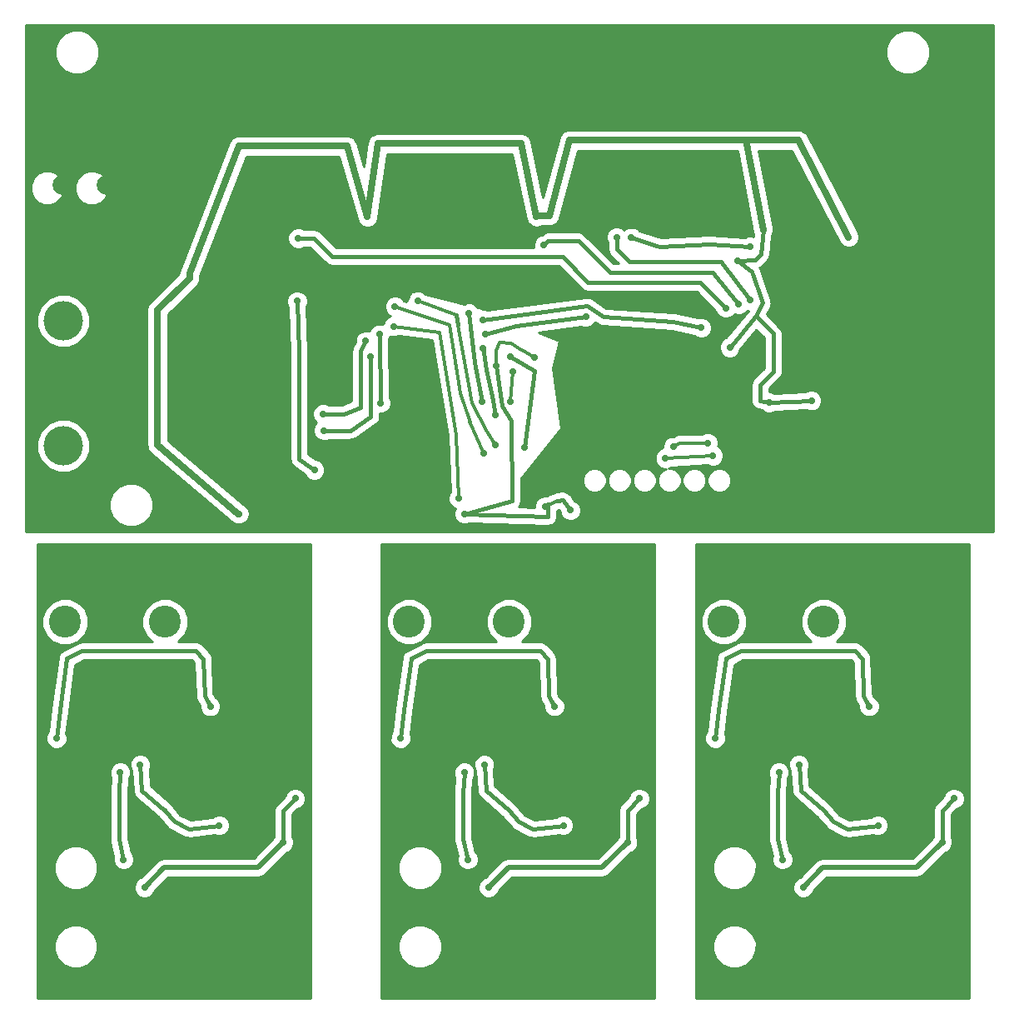
<source format=gbl>
G04 (created by PCBNEW (2013-07-07 BZR 4022)-stable) date 7/17/2014 12:13:14 PM*
%MOIN*%
G04 Gerber Fmt 3.4, Leading zero omitted, Abs format*
%FSLAX34Y34*%
G01*
G70*
G90*
G04 APERTURE LIST*
%ADD10C,0.00590551*%
%ADD11C,0.15748*%
%ADD12C,0.0787*%
%ADD13C,0.023622*%
%ADD14R,0.0984X0.0984*%
%ADD15C,0.019685*%
%ADD16R,0.0826772X0.0826772*%
%ADD17C,0.127953*%
%ADD18C,0.0275591*%
%ADD19C,0.0137795*%
%ADD20C,0.015748*%
%ADD21C,0.00984252*%
%ADD22C,0.0275591*%
%ADD23C,0.019685*%
%ADD24C,0.011811*%
%ADD25C,0.01*%
G04 APERTURE END LIST*
G54D10*
G54D11*
X35681Y-38389D03*
X35681Y-33389D03*
G54D12*
X37401Y-27952D03*
X35629Y-27952D03*
G54D13*
X50003Y-35208D03*
X49703Y-34908D03*
X49703Y-35508D03*
X50303Y-34908D03*
X50303Y-35508D03*
G54D14*
X50003Y-35208D03*
G54D15*
X42273Y-51328D03*
X42500Y-51102D03*
X42047Y-51102D03*
X42500Y-51555D03*
X42047Y-51555D03*
G54D16*
X42273Y-51328D03*
G54D17*
X35746Y-45423D03*
X39746Y-45423D03*
G54D15*
X56053Y-51328D03*
X56279Y-51102D03*
X55826Y-51102D03*
X56279Y-51555D03*
X55826Y-51555D03*
G54D16*
X56053Y-51328D03*
G54D17*
X49525Y-45423D03*
X53525Y-45423D03*
G54D15*
X68651Y-51328D03*
X68877Y-51102D03*
X68425Y-51102D03*
X68877Y-51555D03*
X68425Y-51555D03*
G54D16*
X68651Y-51328D03*
G54D17*
X62124Y-45423D03*
X66124Y-45423D03*
G54D18*
X55984Y-40964D03*
X63937Y-36653D03*
X54527Y-34842D03*
X65629Y-36574D03*
X67125Y-30039D03*
X42677Y-41102D03*
X54685Y-29173D03*
X47854Y-29232D03*
X40728Y-31673D03*
X53011Y-35177D03*
X51732Y-41102D03*
X54980Y-40807D03*
X62362Y-34448D03*
X62677Y-30984D03*
X48334Y-33925D03*
X48385Y-36673D03*
X38753Y-51147D03*
X41919Y-53572D03*
X52533Y-51147D03*
X55698Y-53572D03*
X65131Y-51147D03*
X68297Y-53572D03*
X52480Y-33346D03*
X61220Y-33661D03*
X52578Y-33917D03*
X56594Y-33228D03*
X52440Y-36614D03*
X51909Y-33090D03*
X53562Y-34822D03*
X54133Y-38444D03*
X55984Y-41574D03*
X53267Y-32519D03*
X62933Y-36692D03*
X60393Y-32322D03*
X63070Y-34527D03*
X65078Y-41003D03*
X65354Y-35826D03*
X65275Y-30275D03*
X52677Y-29665D03*
X46889Y-29901D03*
X58326Y-38011D03*
X59734Y-28887D03*
X51968Y-41732D03*
X50196Y-40413D03*
X46082Y-33700D03*
X44901Y-39448D03*
X39133Y-31850D03*
X48228Y-31850D03*
X46889Y-36141D03*
X36564Y-59990D03*
X43474Y-50226D03*
X42076Y-47785D03*
X39517Y-49950D03*
X40092Y-51679D03*
X41889Y-54281D03*
X50344Y-59990D03*
X57253Y-50226D03*
X55856Y-47785D03*
X53297Y-49950D03*
X53872Y-51679D03*
X55669Y-54281D03*
X62942Y-59990D03*
X69852Y-50226D03*
X68454Y-47785D03*
X65895Y-49950D03*
X66470Y-51679D03*
X68267Y-54281D03*
X38092Y-54938D03*
X37954Y-51450D03*
X51872Y-54938D03*
X51734Y-51450D03*
X64470Y-54938D03*
X64332Y-51450D03*
X52992Y-37145D03*
X52460Y-34468D03*
X51515Y-40492D03*
X48897Y-33602D03*
X53582Y-36614D03*
X53681Y-35433D03*
X52519Y-38681D03*
X48956Y-32814D03*
X45728Y-39350D03*
X45039Y-32598D03*
X52992Y-38346D03*
X49881Y-32598D03*
X57834Y-30039D03*
X63188Y-32559D03*
X54921Y-30354D03*
X62716Y-32716D03*
X45078Y-30078D03*
X62204Y-32874D03*
X60098Y-38425D03*
X61476Y-38267D03*
X61692Y-38779D03*
X59783Y-38877D03*
X63169Y-30413D03*
X58425Y-30059D03*
X47783Y-34196D03*
X46074Y-37110D03*
X47984Y-34826D03*
X46114Y-37771D03*
X35403Y-50084D03*
X41564Y-48809D03*
X49183Y-50084D03*
X55344Y-48809D03*
X61781Y-50084D03*
X67942Y-48809D03*
X38927Y-56053D03*
X44960Y-52500D03*
X44488Y-54242D03*
X52706Y-56053D03*
X58740Y-52500D03*
X58267Y-54242D03*
X65305Y-56053D03*
X71338Y-52500D03*
X70866Y-54242D03*
G54D19*
X55472Y-40570D02*
X54980Y-40807D01*
G54D20*
X55669Y-40551D02*
X55472Y-40570D01*
X55984Y-40964D02*
X55669Y-40551D01*
G54D19*
X53011Y-35177D02*
X53011Y-34586D01*
X54212Y-34665D02*
X54527Y-34842D01*
X53897Y-34468D02*
X54212Y-34665D01*
X53602Y-34271D02*
X53897Y-34468D01*
X53149Y-34251D02*
X53602Y-34271D01*
X53011Y-34586D02*
X53149Y-34251D01*
G54D20*
X63582Y-36574D02*
X63582Y-35944D01*
G54D21*
X63396Y-33200D02*
X63396Y-33200D01*
G54D20*
X64094Y-33897D02*
X63396Y-33200D01*
X64094Y-35433D02*
X64094Y-33897D01*
X63582Y-35944D02*
X64094Y-35433D01*
X63582Y-36574D02*
X63937Y-36653D01*
X63937Y-36653D02*
X65629Y-36574D01*
G54D22*
X65098Y-26161D02*
X63011Y-26161D01*
X67125Y-30039D02*
X65098Y-26161D01*
G54D20*
X62677Y-30984D02*
X63385Y-30944D01*
X63385Y-30944D02*
X63602Y-30728D01*
G54D22*
X55137Y-29173D02*
X54685Y-29173D01*
G54D20*
X63700Y-29744D02*
X63602Y-30728D01*
G54D22*
X63011Y-26161D02*
X63700Y-29744D01*
X55944Y-26161D02*
X63011Y-26161D01*
X55137Y-29173D02*
X55944Y-26161D01*
G54D20*
X54980Y-40807D02*
X55078Y-40728D01*
X55078Y-40728D02*
X55078Y-41220D01*
X55078Y-41220D02*
X51732Y-41102D01*
G54D22*
X42716Y-41102D02*
X42677Y-41102D01*
X47854Y-29232D02*
X48267Y-26299D01*
X54625Y-29232D02*
X54685Y-29173D01*
X53996Y-26299D02*
X54625Y-29232D01*
X48267Y-26299D02*
X53996Y-26299D01*
X40728Y-31673D02*
X40728Y-31496D01*
X42716Y-26397D02*
X47027Y-26397D01*
X47027Y-26397D02*
X47854Y-29232D01*
X40728Y-31496D02*
X42716Y-26397D01*
X39448Y-38366D02*
X42677Y-41102D01*
X39448Y-32952D02*
X39448Y-38366D01*
X40728Y-31673D02*
X39448Y-32952D01*
G54D20*
X53641Y-40570D02*
X51732Y-41102D01*
X53601Y-37381D02*
X53641Y-40570D01*
X53228Y-36771D02*
X53601Y-37381D01*
X53110Y-35885D02*
X53228Y-36771D01*
X53011Y-35177D02*
X53110Y-35885D01*
X63396Y-33200D02*
X62362Y-34448D01*
X62677Y-30984D02*
X63228Y-31417D01*
X63672Y-32666D02*
X63396Y-33200D01*
X63672Y-32666D02*
X63228Y-31417D01*
X48334Y-33925D02*
X48385Y-36673D01*
X39722Y-52950D02*
X39722Y-52950D01*
X38824Y-52171D02*
X39722Y-52950D01*
X38753Y-51147D02*
X38824Y-52171D01*
X39718Y-52949D02*
X39722Y-52950D01*
X39722Y-52950D02*
X40127Y-53431D01*
X40698Y-53710D02*
X41919Y-53572D01*
X40127Y-53431D02*
X40698Y-53710D01*
X39718Y-52949D02*
X39727Y-52950D01*
X53501Y-52950D02*
X53501Y-52950D01*
X52604Y-52171D02*
X53501Y-52950D01*
X52533Y-51147D02*
X52604Y-52171D01*
X53498Y-52949D02*
X53501Y-52950D01*
X53501Y-52950D02*
X53907Y-53431D01*
X54478Y-53710D02*
X55698Y-53572D01*
X53907Y-53431D02*
X54478Y-53710D01*
X53498Y-52949D02*
X53507Y-52950D01*
X66100Y-52950D02*
X66100Y-52950D01*
X65202Y-52171D02*
X66100Y-52950D01*
X65131Y-51147D02*
X65202Y-52171D01*
X66096Y-52949D02*
X66100Y-52950D01*
X66100Y-52950D02*
X66505Y-53431D01*
X67076Y-53710D02*
X68297Y-53572D01*
X66505Y-53431D02*
X67076Y-53710D01*
X66096Y-52949D02*
X66105Y-52950D01*
X61220Y-33661D02*
X60078Y-33405D01*
X60078Y-33405D02*
X57303Y-33228D01*
X57303Y-33228D02*
X56653Y-32795D01*
X56653Y-32795D02*
X52480Y-33346D01*
X53818Y-33582D02*
X56594Y-33228D01*
X52578Y-33917D02*
X53818Y-33582D01*
X52440Y-36614D02*
X52129Y-35043D01*
X52129Y-35043D02*
X51909Y-33090D01*
X54133Y-38444D02*
X54527Y-35393D01*
X54527Y-35393D02*
X53562Y-34822D01*
G54D21*
X53267Y-32519D02*
X53267Y-32539D01*
G54D20*
X52657Y-29685D02*
X52677Y-29665D01*
X47106Y-29685D02*
X52657Y-29685D01*
X46889Y-29901D02*
X47106Y-29685D01*
G54D21*
X58326Y-38011D02*
X58326Y-38001D01*
G54D22*
X51968Y-41712D02*
X51968Y-41732D01*
G54D23*
X48228Y-31850D02*
X48228Y-31811D01*
G54D22*
X46889Y-36141D02*
X46889Y-36153D01*
G54D20*
X39517Y-49950D02*
X39533Y-49966D01*
X53297Y-49950D02*
X53312Y-49966D01*
X65895Y-49950D02*
X65911Y-49966D01*
X38092Y-54938D02*
X37895Y-54120D01*
X37895Y-52289D02*
X37895Y-54120D01*
X37954Y-51450D02*
X37895Y-52289D01*
X51872Y-54938D02*
X51675Y-54120D01*
X51675Y-52289D02*
X51675Y-54120D01*
X51734Y-51450D02*
X51675Y-52289D01*
X64470Y-54938D02*
X64273Y-54120D01*
X64273Y-52289D02*
X64273Y-54120D01*
X64332Y-51450D02*
X64273Y-52289D01*
X52460Y-34468D02*
X52464Y-34423D01*
X52464Y-34423D02*
X52598Y-35334D01*
X52598Y-35334D02*
X52854Y-36377D01*
X52854Y-36377D02*
X52992Y-37145D01*
G54D24*
X51515Y-40492D02*
X51421Y-37964D01*
X51421Y-37964D02*
X50748Y-33838D01*
X50748Y-33838D02*
X48897Y-33602D01*
X53582Y-36614D02*
X53681Y-35433D01*
X52519Y-38681D02*
X51948Y-37421D01*
X51968Y-37440D02*
X51562Y-36283D01*
X51141Y-33562D02*
X48956Y-32814D01*
X51562Y-36283D02*
X51141Y-33562D01*
G54D21*
X45728Y-39350D02*
X45685Y-39307D01*
G54D20*
X45122Y-38917D02*
X45122Y-34657D01*
X45685Y-39307D02*
X45122Y-38917D01*
X45122Y-34657D02*
X45039Y-32598D01*
G54D24*
X52992Y-38346D02*
X52637Y-37814D01*
X52637Y-37814D02*
X52043Y-36696D01*
X52043Y-36696D02*
X51484Y-33551D01*
X51419Y-33162D02*
X49881Y-32598D01*
G54D20*
X51484Y-33551D02*
X51419Y-33162D01*
X57834Y-30511D02*
X57834Y-30039D01*
X58346Y-31023D02*
X57834Y-30511D01*
X62007Y-31023D02*
X58346Y-31023D01*
X63188Y-32559D02*
X62007Y-31023D01*
X55078Y-30196D02*
X54921Y-30354D01*
X56299Y-30196D02*
X55078Y-30196D01*
X57559Y-31456D02*
X56299Y-30196D01*
X61692Y-31456D02*
X57559Y-31456D01*
X62716Y-32716D02*
X61692Y-31456D01*
X45708Y-30078D02*
X45078Y-30078D01*
X46456Y-30826D02*
X45708Y-30078D01*
X55669Y-30826D02*
X46456Y-30826D01*
X56692Y-31850D02*
X55669Y-30826D01*
X61181Y-31850D02*
X56692Y-31850D01*
X62204Y-32874D02*
X61181Y-31850D01*
G54D19*
X60098Y-38425D02*
X60334Y-38267D01*
X60334Y-38267D02*
X61476Y-38267D01*
X59803Y-38897D02*
X61692Y-38779D01*
G54D21*
X59783Y-38877D02*
X59803Y-38897D01*
G54D20*
X58425Y-30059D02*
X59547Y-30406D01*
X61555Y-30327D02*
X63169Y-30413D01*
X59547Y-30406D02*
X61555Y-30327D01*
G54D21*
X58425Y-30059D02*
X58425Y-30039D01*
G54D20*
X46905Y-37110D02*
X46074Y-37110D01*
X47586Y-36850D02*
X46905Y-37110D01*
X47586Y-34598D02*
X47586Y-36850D01*
X47783Y-34196D02*
X47586Y-34598D01*
X47173Y-37771D02*
X46114Y-37771D01*
X47988Y-37228D02*
X47173Y-37771D01*
X47968Y-34842D02*
X47988Y-37228D01*
G54D21*
X47984Y-34826D02*
X47968Y-34842D01*
G54D20*
X36419Y-46596D02*
X40982Y-46572D01*
X35820Y-46895D02*
X36419Y-46596D01*
X35533Y-48966D02*
X35820Y-46895D01*
X35403Y-50084D02*
X35533Y-48966D01*
X41564Y-48809D02*
X41328Y-48375D01*
X41328Y-48375D02*
X41281Y-46903D01*
X41281Y-46903D02*
X40982Y-46572D01*
X50198Y-46596D02*
X54761Y-46572D01*
X49600Y-46895D02*
X50198Y-46596D01*
X49312Y-48966D02*
X49600Y-46895D01*
X49183Y-50084D02*
X49312Y-48966D01*
X55344Y-48809D02*
X55108Y-48375D01*
X55108Y-48375D02*
X55061Y-46903D01*
X55061Y-46903D02*
X54761Y-46572D01*
X62797Y-46596D02*
X67360Y-46572D01*
X62198Y-46895D02*
X62797Y-46596D01*
X61911Y-48966D02*
X62198Y-46895D01*
X61781Y-50084D02*
X61911Y-48966D01*
X67942Y-48809D02*
X67706Y-48375D01*
X67706Y-48375D02*
X67659Y-46903D01*
X67659Y-46903D02*
X67360Y-46572D01*
G54D23*
X43464Y-55265D02*
X44488Y-54242D01*
X39714Y-55265D02*
X43464Y-55265D01*
X38927Y-56053D02*
X39714Y-55265D01*
G54D20*
X44488Y-54242D02*
X44488Y-52972D01*
X44488Y-52972D02*
X44960Y-52500D01*
G54D23*
X57244Y-55265D02*
X58267Y-54242D01*
X53494Y-55265D02*
X57244Y-55265D01*
X52706Y-56053D02*
X53494Y-55265D01*
G54D20*
X58267Y-54242D02*
X58267Y-52972D01*
X58267Y-52972D02*
X58740Y-52500D01*
G54D23*
X69842Y-55265D02*
X70866Y-54242D01*
X66092Y-55265D02*
X69842Y-55265D01*
X65305Y-56053D02*
X66092Y-55265D01*
G54D20*
X70866Y-54242D02*
X70866Y-52972D01*
X70866Y-52972D02*
X71338Y-52500D01*
G54D10*
G36*
X72922Y-41820D02*
X70365Y-41820D01*
X70365Y-22464D01*
X70231Y-22141D01*
X69985Y-21894D01*
X69663Y-21761D01*
X69314Y-21760D01*
X68992Y-21894D01*
X68745Y-22140D01*
X68611Y-22462D01*
X68611Y-22811D01*
X68744Y-23133D01*
X68990Y-23380D01*
X69313Y-23514D01*
X69661Y-23514D01*
X69984Y-23381D01*
X70231Y-23135D01*
X70364Y-22812D01*
X70365Y-22464D01*
X70365Y-41820D01*
X67550Y-41820D01*
X67550Y-29955D01*
X67485Y-29799D01*
X67471Y-29785D01*
X65474Y-25964D01*
X65433Y-25914D01*
X65398Y-25861D01*
X65382Y-25850D01*
X65370Y-25836D01*
X65314Y-25805D01*
X65260Y-25769D01*
X65241Y-25765D01*
X65225Y-25756D01*
X65161Y-25749D01*
X65098Y-25737D01*
X63011Y-25737D01*
X55944Y-25737D01*
X55917Y-25742D01*
X55889Y-25741D01*
X55836Y-25758D01*
X55782Y-25769D01*
X55759Y-25785D01*
X55732Y-25794D01*
X55690Y-25831D01*
X55645Y-25861D01*
X55629Y-25884D01*
X55608Y-25903D01*
X55583Y-25953D01*
X55553Y-25999D01*
X55547Y-26026D01*
X55535Y-26051D01*
X54891Y-28453D01*
X54410Y-26210D01*
X54395Y-26174D01*
X54387Y-26136D01*
X54362Y-26099D01*
X54345Y-26058D01*
X54317Y-26031D01*
X54295Y-25999D01*
X54258Y-25974D01*
X54226Y-25943D01*
X54190Y-25928D01*
X54158Y-25907D01*
X54114Y-25898D01*
X54072Y-25882D01*
X54033Y-25882D01*
X53996Y-25875D01*
X48267Y-25875D01*
X48216Y-25885D01*
X48160Y-25888D01*
X48132Y-25902D01*
X48105Y-25907D01*
X48064Y-25934D01*
X48011Y-25960D01*
X47989Y-25984D01*
X47967Y-25999D01*
X47941Y-26038D01*
X47901Y-26083D01*
X47890Y-26115D01*
X47875Y-26136D01*
X47867Y-26181D01*
X47846Y-26240D01*
X47709Y-27218D01*
X47434Y-26278D01*
X47423Y-26258D01*
X47419Y-26235D01*
X47385Y-26185D01*
X47358Y-26131D01*
X47340Y-26117D01*
X47327Y-26097D01*
X47277Y-26064D01*
X47231Y-26025D01*
X47209Y-26018D01*
X47189Y-26005D01*
X47130Y-25994D01*
X47073Y-25976D01*
X47050Y-25978D01*
X47027Y-25973D01*
X42716Y-25973D01*
X42712Y-25974D01*
X42707Y-25973D01*
X42621Y-25992D01*
X42554Y-26005D01*
X42550Y-26008D01*
X42545Y-26009D01*
X42469Y-26062D01*
X42416Y-26097D01*
X42414Y-26100D01*
X42410Y-26104D01*
X42358Y-26184D01*
X42324Y-26235D01*
X42324Y-26238D01*
X42321Y-26243D01*
X40333Y-31342D01*
X40319Y-31419D01*
X40304Y-31496D01*
X40304Y-31497D01*
X39148Y-32652D01*
X39057Y-32790D01*
X39024Y-32952D01*
X39024Y-38366D01*
X39028Y-38383D01*
X39026Y-38400D01*
X39044Y-38464D01*
X39057Y-38528D01*
X39066Y-38543D01*
X39071Y-38559D01*
X39112Y-38611D01*
X39148Y-38665D01*
X39163Y-38675D01*
X39174Y-38689D01*
X42400Y-41424D01*
X42436Y-41461D01*
X42514Y-41494D01*
X42592Y-41526D01*
X42677Y-41526D01*
X42761Y-41526D01*
X42802Y-41509D01*
X42878Y-41494D01*
X43016Y-41402D01*
X43108Y-41264D01*
X43140Y-41102D01*
X43108Y-40940D01*
X43016Y-40802D01*
X42878Y-40710D01*
X42865Y-40708D01*
X39872Y-38169D01*
X39872Y-33128D01*
X41027Y-31973D01*
X41028Y-31973D01*
X41087Y-31913D01*
X41120Y-31835D01*
X41152Y-31757D01*
X41152Y-31673D01*
X41152Y-31589D01*
X41152Y-31589D01*
X41152Y-31575D01*
X43005Y-26821D01*
X46709Y-26821D01*
X47430Y-29285D01*
X47430Y-29316D01*
X47494Y-29472D01*
X47613Y-29591D01*
X47769Y-29656D01*
X47938Y-29656D01*
X48094Y-29591D01*
X48213Y-29472D01*
X48278Y-29316D01*
X48278Y-29262D01*
X48635Y-26723D01*
X53653Y-26723D01*
X54210Y-29321D01*
X54227Y-29361D01*
X54234Y-29394D01*
X54255Y-29426D01*
X54275Y-29473D01*
X54307Y-29503D01*
X54326Y-29532D01*
X54359Y-29554D01*
X54394Y-29588D01*
X54434Y-29604D01*
X54463Y-29624D01*
X54504Y-29632D01*
X54548Y-29649D01*
X54589Y-29648D01*
X54625Y-29656D01*
X54668Y-29647D01*
X54713Y-29647D01*
X54749Y-29631D01*
X54788Y-29624D01*
X54826Y-29598D01*
X54829Y-29597D01*
X55137Y-29597D01*
X55165Y-29591D01*
X55193Y-29593D01*
X55245Y-29575D01*
X55300Y-29564D01*
X55323Y-29549D01*
X55349Y-29540D01*
X55391Y-29503D01*
X55437Y-29473D01*
X55453Y-29449D01*
X55474Y-29431D01*
X55498Y-29381D01*
X55529Y-29335D01*
X55534Y-29308D01*
X55547Y-29282D01*
X56270Y-26585D01*
X62661Y-26585D01*
X63285Y-29824D01*
X63317Y-29904D01*
X63307Y-30011D01*
X63254Y-29989D01*
X63085Y-29989D01*
X62966Y-30038D01*
X61575Y-29962D01*
X61553Y-29966D01*
X61541Y-29964D01*
X59594Y-30039D01*
X58740Y-29774D01*
X58665Y-29699D01*
X58509Y-29635D01*
X58341Y-29634D01*
X58185Y-29699D01*
X58139Y-29744D01*
X58075Y-29680D01*
X57919Y-29615D01*
X57750Y-29615D01*
X57594Y-29679D01*
X57475Y-29798D01*
X57410Y-29954D01*
X57410Y-30123D01*
X57469Y-30266D01*
X57469Y-30511D01*
X57497Y-30651D01*
X57576Y-30769D01*
X57898Y-31091D01*
X57710Y-31091D01*
X56557Y-29938D01*
X56438Y-29859D01*
X56299Y-29831D01*
X55078Y-29831D01*
X54939Y-29859D01*
X54827Y-29934D01*
X54681Y-29994D01*
X54562Y-30113D01*
X54497Y-30269D01*
X54497Y-30438D01*
X54506Y-30461D01*
X46607Y-30461D01*
X45966Y-29820D01*
X45848Y-29741D01*
X45708Y-29713D01*
X45305Y-29713D01*
X45163Y-29654D01*
X44994Y-29654D01*
X44838Y-29719D01*
X44719Y-29838D01*
X44654Y-29994D01*
X44654Y-30162D01*
X44719Y-30318D01*
X44838Y-30437D01*
X44994Y-30502D01*
X45162Y-30502D01*
X45305Y-30443D01*
X45557Y-30443D01*
X46198Y-31084D01*
X46198Y-31084D01*
X46317Y-31163D01*
X46456Y-31191D01*
X46456Y-31191D01*
X55518Y-31191D01*
X56434Y-32108D01*
X56553Y-32187D01*
X56553Y-32187D01*
X56692Y-32215D01*
X61029Y-32215D01*
X61786Y-32971D01*
X61845Y-33113D01*
X61964Y-33233D01*
X62120Y-33297D01*
X62288Y-33298D01*
X62444Y-33233D01*
X62563Y-33114D01*
X62564Y-33112D01*
X62631Y-33140D01*
X62800Y-33140D01*
X62956Y-33076D01*
X63065Y-32967D01*
X63099Y-32980D01*
X63093Y-32992D01*
X62219Y-34049D01*
X62122Y-34089D01*
X62002Y-34208D01*
X61938Y-34364D01*
X61938Y-34532D01*
X62002Y-34688D01*
X62121Y-34808D01*
X62277Y-34872D01*
X62446Y-34872D01*
X62602Y-34808D01*
X62721Y-34689D01*
X62786Y-34533D01*
X62786Y-34508D01*
X63421Y-33740D01*
X63729Y-34048D01*
X63729Y-35281D01*
X63324Y-35686D01*
X63245Y-35805D01*
X63217Y-35944D01*
X63217Y-36574D01*
X63223Y-36606D01*
X63223Y-36638D01*
X63237Y-36675D01*
X63245Y-36714D01*
X63263Y-36741D01*
X63274Y-36770D01*
X63302Y-36799D01*
X63324Y-36832D01*
X63351Y-36850D01*
X63373Y-36873D01*
X63409Y-36889D01*
X63443Y-36911D01*
X63474Y-36918D01*
X63503Y-36931D01*
X63646Y-36962D01*
X63696Y-37012D01*
X63852Y-37077D01*
X64020Y-37077D01*
X64176Y-37013D01*
X64182Y-37007D01*
X65424Y-36948D01*
X65545Y-36998D01*
X65713Y-36998D01*
X65869Y-36934D01*
X65989Y-36815D01*
X66053Y-36659D01*
X66054Y-36490D01*
X65989Y-36334D01*
X65870Y-36215D01*
X65714Y-36150D01*
X65545Y-36150D01*
X65390Y-36215D01*
X65385Y-36219D01*
X64139Y-36278D01*
X64021Y-36229D01*
X63947Y-36229D01*
X63947Y-36096D01*
X64352Y-35691D01*
X64431Y-35572D01*
X64431Y-35572D01*
X64459Y-35433D01*
X64459Y-33897D01*
X64459Y-33897D01*
X64431Y-33757D01*
X64352Y-33639D01*
X64352Y-33639D01*
X63843Y-33130D01*
X63996Y-32833D01*
X63998Y-32828D01*
X64002Y-32822D01*
X64021Y-32746D01*
X64036Y-32696D01*
X64035Y-32691D01*
X64037Y-32684D01*
X64025Y-32605D01*
X64020Y-32555D01*
X64017Y-32550D01*
X64016Y-32543D01*
X63572Y-31294D01*
X63555Y-31266D01*
X63554Y-31265D01*
X63589Y-31239D01*
X63643Y-31202D01*
X63860Y-30986D01*
X63890Y-30942D01*
X63924Y-30900D01*
X63929Y-30883D01*
X63939Y-30868D01*
X63949Y-30815D01*
X63965Y-30764D01*
X64042Y-29991D01*
X64052Y-29981D01*
X64117Y-29829D01*
X64118Y-29663D01*
X63525Y-26585D01*
X64841Y-26585D01*
X66742Y-30220D01*
X66766Y-30279D01*
X66885Y-30398D01*
X67041Y-30463D01*
X67209Y-30463D01*
X67365Y-30399D01*
X67485Y-30279D01*
X67549Y-30124D01*
X67550Y-29955D01*
X67550Y-41820D01*
X62423Y-41820D01*
X62423Y-39668D01*
X62350Y-39490D01*
X62214Y-39354D01*
X62117Y-39313D01*
X62117Y-38695D01*
X62052Y-38539D01*
X61933Y-38420D01*
X61881Y-38398D01*
X61900Y-38352D01*
X61900Y-38183D01*
X61836Y-38027D01*
X61716Y-37908D01*
X61644Y-37878D01*
X61644Y-33577D01*
X61580Y-33421D01*
X61460Y-33302D01*
X61305Y-33237D01*
X61136Y-33237D01*
X61088Y-33257D01*
X60158Y-33049D01*
X60120Y-33048D01*
X60102Y-33043D01*
X57424Y-32870D01*
X56856Y-32491D01*
X56780Y-32460D01*
X56748Y-32444D01*
X56740Y-32443D01*
X56724Y-32437D01*
X56639Y-32437D01*
X56606Y-32435D01*
X56589Y-32437D01*
X56582Y-32437D01*
X56578Y-32438D01*
X52646Y-32956D01*
X52565Y-32922D01*
X52476Y-32922D01*
X52338Y-32865D01*
X52265Y-32846D01*
X52149Y-32731D01*
X51994Y-32666D01*
X51825Y-32666D01*
X51727Y-32706D01*
X50189Y-32306D01*
X50122Y-32239D01*
X49966Y-32174D01*
X49797Y-32174D01*
X49691Y-32218D01*
X49595Y-32211D01*
X49528Y-32352D01*
X49522Y-32357D01*
X49503Y-32403D01*
X49407Y-32604D01*
X49313Y-32572D01*
X49197Y-32455D01*
X49041Y-32391D01*
X48872Y-32390D01*
X48716Y-32455D01*
X48597Y-32574D01*
X48532Y-32730D01*
X48532Y-32898D01*
X48597Y-33054D01*
X48716Y-33174D01*
X48769Y-33196D01*
X48657Y-33242D01*
X48538Y-33361D01*
X48473Y-33517D01*
X48473Y-33523D01*
X48419Y-33501D01*
X48250Y-33501D01*
X48094Y-33565D01*
X47975Y-33684D01*
X47928Y-33797D01*
X47868Y-33772D01*
X47699Y-33772D01*
X47543Y-33837D01*
X47424Y-33956D01*
X47359Y-34112D01*
X47359Y-34232D01*
X47258Y-34437D01*
X47255Y-34449D01*
X47249Y-34458D01*
X47237Y-34517D01*
X47222Y-34575D01*
X47223Y-34587D01*
X47221Y-34598D01*
X47221Y-36598D01*
X46838Y-36745D01*
X46301Y-36745D01*
X46159Y-36686D01*
X45990Y-36686D01*
X45834Y-36750D01*
X45715Y-36869D01*
X45650Y-37025D01*
X45650Y-37194D01*
X45715Y-37350D01*
X45825Y-37460D01*
X45754Y-37531D01*
X45690Y-37686D01*
X45690Y-37855D01*
X45754Y-38011D01*
X45873Y-38130D01*
X46029Y-38195D01*
X46198Y-38195D01*
X46341Y-38136D01*
X47173Y-38136D01*
X47208Y-38129D01*
X47244Y-38129D01*
X47277Y-38115D01*
X47312Y-38108D01*
X47342Y-38088D01*
X47375Y-38075D01*
X48190Y-37531D01*
X48214Y-37508D01*
X48249Y-37484D01*
X48270Y-37451D01*
X48291Y-37431D01*
X48303Y-37401D01*
X48327Y-37365D01*
X48335Y-37325D01*
X48345Y-37299D01*
X48346Y-37268D01*
X48354Y-37225D01*
X48353Y-37097D01*
X48469Y-37097D01*
X48625Y-37032D01*
X48745Y-36913D01*
X48809Y-36757D01*
X48809Y-36589D01*
X48747Y-36439D01*
X48703Y-34141D01*
X48758Y-34009D01*
X48758Y-34003D01*
X48812Y-34026D01*
X48981Y-34026D01*
X49102Y-33976D01*
X50449Y-34149D01*
X51076Y-37979D01*
X51159Y-40248D01*
X51156Y-40251D01*
X51091Y-40407D01*
X51091Y-40576D01*
X51156Y-40731D01*
X51275Y-40851D01*
X51362Y-40887D01*
X51308Y-41017D01*
X51308Y-41186D01*
X51372Y-41342D01*
X51491Y-41461D01*
X51647Y-41526D01*
X51816Y-41526D01*
X51941Y-41474D01*
X55066Y-41583D01*
X55068Y-41583D01*
X55078Y-41585D01*
X55176Y-41565D01*
X55206Y-41561D01*
X55209Y-41559D01*
X55218Y-41557D01*
X55297Y-41505D01*
X55327Y-41486D01*
X55329Y-41483D01*
X55336Y-41478D01*
X55383Y-41408D01*
X55410Y-41370D01*
X55411Y-41366D01*
X55415Y-41360D01*
X55429Y-41289D01*
X55443Y-41231D01*
X55442Y-41226D01*
X55443Y-41220D01*
X55443Y-40978D01*
X55511Y-40946D01*
X55560Y-41010D01*
X55560Y-41048D01*
X55624Y-41204D01*
X55743Y-41323D01*
X55899Y-41388D01*
X56068Y-41388D01*
X56224Y-41324D01*
X56343Y-41205D01*
X56408Y-41049D01*
X56408Y-40880D01*
X56343Y-40724D01*
X56224Y-40605D01*
X56143Y-40571D01*
X55959Y-40330D01*
X55927Y-40301D01*
X55900Y-40268D01*
X55874Y-40255D01*
X55852Y-40235D01*
X55812Y-40221D01*
X55774Y-40201D01*
X55745Y-40199D01*
X55718Y-40189D01*
X55675Y-40192D01*
X55633Y-40188D01*
X55436Y-40207D01*
X55299Y-40249D01*
X55268Y-40275D01*
X55082Y-40364D01*
X55078Y-40363D01*
X55028Y-40373D01*
X54976Y-40377D01*
X54966Y-40383D01*
X54896Y-40382D01*
X54740Y-40447D01*
X54621Y-40566D01*
X54556Y-40722D01*
X54556Y-40835D01*
X53909Y-40813D01*
X53929Y-40783D01*
X53959Y-40748D01*
X53966Y-40726D01*
X53979Y-40706D01*
X53987Y-40661D01*
X54003Y-40613D01*
X54001Y-40587D01*
X54005Y-40566D01*
X53994Y-39674D01*
X55623Y-37691D01*
X55287Y-35297D01*
X55550Y-34182D01*
X54707Y-33836D01*
X56424Y-33616D01*
X56509Y-33652D01*
X56678Y-33652D01*
X56834Y-33588D01*
X56953Y-33468D01*
X56965Y-33441D01*
X57100Y-33532D01*
X57123Y-33541D01*
X57142Y-33555D01*
X57187Y-33567D01*
X57232Y-33586D01*
X57256Y-33586D01*
X57279Y-33592D01*
X60041Y-33771D01*
X60928Y-33969D01*
X60979Y-34020D01*
X61135Y-34085D01*
X61304Y-34085D01*
X61460Y-34021D01*
X61579Y-33901D01*
X61644Y-33746D01*
X61644Y-33577D01*
X61644Y-37878D01*
X61561Y-37843D01*
X61392Y-37843D01*
X61236Y-37908D01*
X61231Y-37912D01*
X60334Y-37912D01*
X60300Y-37919D01*
X60265Y-37919D01*
X60232Y-37932D01*
X60198Y-37939D01*
X60169Y-37958D01*
X60137Y-37972D01*
X60094Y-38001D01*
X60014Y-38001D01*
X59858Y-38065D01*
X59739Y-38184D01*
X59674Y-38340D01*
X59674Y-38464D01*
X59543Y-38518D01*
X59424Y-38637D01*
X59359Y-38793D01*
X59359Y-38961D01*
X59423Y-39117D01*
X59542Y-39237D01*
X59698Y-39301D01*
X59797Y-39301D01*
X59671Y-39354D01*
X59535Y-39489D01*
X59461Y-39667D01*
X59461Y-39859D01*
X59535Y-40037D01*
X59670Y-40173D01*
X59848Y-40246D01*
X60040Y-40246D01*
X60218Y-40173D01*
X60354Y-40037D01*
X60427Y-39860D01*
X60427Y-39668D01*
X60354Y-39490D01*
X60218Y-39354D01*
X60041Y-39280D01*
X59919Y-39280D01*
X60017Y-39239D01*
X61475Y-39148D01*
X61608Y-39203D01*
X61776Y-39203D01*
X61932Y-39139D01*
X62052Y-39020D01*
X62116Y-38864D01*
X62117Y-38695D01*
X62117Y-39313D01*
X62037Y-39280D01*
X61845Y-39280D01*
X61667Y-39354D01*
X61531Y-39489D01*
X61457Y-39667D01*
X61457Y-39859D01*
X61531Y-40037D01*
X61666Y-40173D01*
X61844Y-40246D01*
X62036Y-40246D01*
X62214Y-40173D01*
X62350Y-40037D01*
X62423Y-39860D01*
X62423Y-39668D01*
X62423Y-41820D01*
X61423Y-41820D01*
X61423Y-39668D01*
X61350Y-39490D01*
X61214Y-39354D01*
X61037Y-39280D01*
X60845Y-39280D01*
X60667Y-39354D01*
X60531Y-39489D01*
X60457Y-39667D01*
X60457Y-39859D01*
X60531Y-40037D01*
X60666Y-40173D01*
X60844Y-40246D01*
X61036Y-40246D01*
X61214Y-40173D01*
X61350Y-40037D01*
X61423Y-39860D01*
X61423Y-39668D01*
X61423Y-41820D01*
X59427Y-41820D01*
X59427Y-39668D01*
X59354Y-39490D01*
X59218Y-39354D01*
X59041Y-39280D01*
X58849Y-39280D01*
X58671Y-39354D01*
X58535Y-39489D01*
X58461Y-39667D01*
X58461Y-39859D01*
X58535Y-40037D01*
X58670Y-40173D01*
X58848Y-40246D01*
X59040Y-40246D01*
X59218Y-40173D01*
X59354Y-40037D01*
X59427Y-39860D01*
X59427Y-39668D01*
X59427Y-41820D01*
X58431Y-41820D01*
X58431Y-39668D01*
X58358Y-39490D01*
X58222Y-39354D01*
X58045Y-39280D01*
X57853Y-39280D01*
X57675Y-39354D01*
X57539Y-39489D01*
X57465Y-39667D01*
X57465Y-39859D01*
X57539Y-40037D01*
X57674Y-40173D01*
X57852Y-40246D01*
X58044Y-40246D01*
X58222Y-40173D01*
X58358Y-40037D01*
X58431Y-39860D01*
X58431Y-39668D01*
X58431Y-41820D01*
X57431Y-41820D01*
X57431Y-39668D01*
X57358Y-39490D01*
X57222Y-39354D01*
X57045Y-39280D01*
X56853Y-39280D01*
X56675Y-39354D01*
X56539Y-39489D01*
X56465Y-39667D01*
X56465Y-39859D01*
X56539Y-40037D01*
X56674Y-40173D01*
X56852Y-40246D01*
X57044Y-40246D01*
X57222Y-40173D01*
X57358Y-40037D01*
X57431Y-39860D01*
X57431Y-39668D01*
X57431Y-41820D01*
X46152Y-41820D01*
X46152Y-39266D01*
X46088Y-39110D01*
X45968Y-38991D01*
X45813Y-38926D01*
X45776Y-38926D01*
X45487Y-38726D01*
X45487Y-34657D01*
X45485Y-34650D01*
X45486Y-34642D01*
X45412Y-32804D01*
X45463Y-32683D01*
X45463Y-32514D01*
X45399Y-32358D01*
X45279Y-32239D01*
X45124Y-32174D01*
X44955Y-32174D01*
X44799Y-32238D01*
X44680Y-32357D01*
X44615Y-32513D01*
X44615Y-32682D01*
X44679Y-32838D01*
X44683Y-32842D01*
X44757Y-34664D01*
X44757Y-38917D01*
X44763Y-38949D01*
X44762Y-38982D01*
X44777Y-39018D01*
X44784Y-39056D01*
X44803Y-39084D01*
X44815Y-39115D01*
X44842Y-39143D01*
X44863Y-39175D01*
X44891Y-39193D01*
X44914Y-39217D01*
X45334Y-39508D01*
X45368Y-39590D01*
X45487Y-39709D01*
X45643Y-39774D01*
X45812Y-39774D01*
X45968Y-39710D01*
X46087Y-39590D01*
X46152Y-39435D01*
X46152Y-39266D01*
X46152Y-41820D01*
X39262Y-41820D01*
X39262Y-40574D01*
X39129Y-40252D01*
X38883Y-40005D01*
X38560Y-39871D01*
X38212Y-39871D01*
X37889Y-40004D01*
X37642Y-40250D01*
X37509Y-40572D01*
X37508Y-40921D01*
X37642Y-41244D01*
X37888Y-41490D01*
X38210Y-41624D01*
X38559Y-41624D01*
X38881Y-41491D01*
X39128Y-41245D01*
X39262Y-40923D01*
X39262Y-40574D01*
X39262Y-41820D01*
X37491Y-41820D01*
X37491Y-27936D01*
X37387Y-27686D01*
X37196Y-27494D01*
X37097Y-27453D01*
X37097Y-22464D01*
X36964Y-22141D01*
X36717Y-21894D01*
X36395Y-21761D01*
X36046Y-21760D01*
X35724Y-21894D01*
X35477Y-22140D01*
X35343Y-22462D01*
X35343Y-22811D01*
X35476Y-23133D01*
X35723Y-23380D01*
X36045Y-23514D01*
X36394Y-23514D01*
X36716Y-23381D01*
X36963Y-23135D01*
X37097Y-22812D01*
X37097Y-22464D01*
X37097Y-27453D01*
X36947Y-27391D01*
X36676Y-27391D01*
X36426Y-27494D01*
X36235Y-27685D01*
X36131Y-27935D01*
X36131Y-28205D01*
X36234Y-28455D01*
X36425Y-28646D01*
X36675Y-28750D01*
X36945Y-28750D01*
X37195Y-28647D01*
X37387Y-28456D01*
X37490Y-28206D01*
X37491Y-27936D01*
X37491Y-41820D01*
X36754Y-41820D01*
X36754Y-38177D01*
X36754Y-33177D01*
X36591Y-32782D01*
X36290Y-32480D01*
X35895Y-32316D01*
X35719Y-32316D01*
X35719Y-27936D01*
X35615Y-27686D01*
X35424Y-27494D01*
X35175Y-27391D01*
X34904Y-27391D01*
X34654Y-27494D01*
X34463Y-27685D01*
X34359Y-27935D01*
X34359Y-28205D01*
X34462Y-28455D01*
X34653Y-28646D01*
X34903Y-28750D01*
X35173Y-28750D01*
X35423Y-28647D01*
X35615Y-28456D01*
X35718Y-28206D01*
X35719Y-27936D01*
X35719Y-32316D01*
X35468Y-32315D01*
X35073Y-32479D01*
X34771Y-32780D01*
X34607Y-33175D01*
X34607Y-33602D01*
X34770Y-33997D01*
X35072Y-34299D01*
X35466Y-34463D01*
X35893Y-34463D01*
X36288Y-34300D01*
X36590Y-33998D01*
X36754Y-33604D01*
X36754Y-33177D01*
X36754Y-38177D01*
X36591Y-37782D01*
X36290Y-37480D01*
X35895Y-37316D01*
X35468Y-37315D01*
X35073Y-37479D01*
X34771Y-37780D01*
X34607Y-38175D01*
X34607Y-38602D01*
X34770Y-38997D01*
X35072Y-39299D01*
X35466Y-39463D01*
X35893Y-39463D01*
X36288Y-39300D01*
X36590Y-38998D01*
X36754Y-38604D01*
X36754Y-38177D01*
X36754Y-41820D01*
X34164Y-41820D01*
X34164Y-21565D01*
X72922Y-21565D01*
X72922Y-41820D01*
X72922Y-41820D01*
G37*
G54D25*
X72922Y-41820D02*
X70365Y-41820D01*
X70365Y-22464D01*
X70231Y-22141D01*
X69985Y-21894D01*
X69663Y-21761D01*
X69314Y-21760D01*
X68992Y-21894D01*
X68745Y-22140D01*
X68611Y-22462D01*
X68611Y-22811D01*
X68744Y-23133D01*
X68990Y-23380D01*
X69313Y-23514D01*
X69661Y-23514D01*
X69984Y-23381D01*
X70231Y-23135D01*
X70364Y-22812D01*
X70365Y-22464D01*
X70365Y-41820D01*
X67550Y-41820D01*
X67550Y-29955D01*
X67485Y-29799D01*
X67471Y-29785D01*
X65474Y-25964D01*
X65433Y-25914D01*
X65398Y-25861D01*
X65382Y-25850D01*
X65370Y-25836D01*
X65314Y-25805D01*
X65260Y-25769D01*
X65241Y-25765D01*
X65225Y-25756D01*
X65161Y-25749D01*
X65098Y-25737D01*
X63011Y-25737D01*
X55944Y-25737D01*
X55917Y-25742D01*
X55889Y-25741D01*
X55836Y-25758D01*
X55782Y-25769D01*
X55759Y-25785D01*
X55732Y-25794D01*
X55690Y-25831D01*
X55645Y-25861D01*
X55629Y-25884D01*
X55608Y-25903D01*
X55583Y-25953D01*
X55553Y-25999D01*
X55547Y-26026D01*
X55535Y-26051D01*
X54891Y-28453D01*
X54410Y-26210D01*
X54395Y-26174D01*
X54387Y-26136D01*
X54362Y-26099D01*
X54345Y-26058D01*
X54317Y-26031D01*
X54295Y-25999D01*
X54258Y-25974D01*
X54226Y-25943D01*
X54190Y-25928D01*
X54158Y-25907D01*
X54114Y-25898D01*
X54072Y-25882D01*
X54033Y-25882D01*
X53996Y-25875D01*
X48267Y-25875D01*
X48216Y-25885D01*
X48160Y-25888D01*
X48132Y-25902D01*
X48105Y-25907D01*
X48064Y-25934D01*
X48011Y-25960D01*
X47989Y-25984D01*
X47967Y-25999D01*
X47941Y-26038D01*
X47901Y-26083D01*
X47890Y-26115D01*
X47875Y-26136D01*
X47867Y-26181D01*
X47846Y-26240D01*
X47709Y-27218D01*
X47434Y-26278D01*
X47423Y-26258D01*
X47419Y-26235D01*
X47385Y-26185D01*
X47358Y-26131D01*
X47340Y-26117D01*
X47327Y-26097D01*
X47277Y-26064D01*
X47231Y-26025D01*
X47209Y-26018D01*
X47189Y-26005D01*
X47130Y-25994D01*
X47073Y-25976D01*
X47050Y-25978D01*
X47027Y-25973D01*
X42716Y-25973D01*
X42712Y-25974D01*
X42707Y-25973D01*
X42621Y-25992D01*
X42554Y-26005D01*
X42550Y-26008D01*
X42545Y-26009D01*
X42469Y-26062D01*
X42416Y-26097D01*
X42414Y-26100D01*
X42410Y-26104D01*
X42358Y-26184D01*
X42324Y-26235D01*
X42324Y-26238D01*
X42321Y-26243D01*
X40333Y-31342D01*
X40319Y-31419D01*
X40304Y-31496D01*
X40304Y-31497D01*
X39148Y-32652D01*
X39057Y-32790D01*
X39024Y-32952D01*
X39024Y-38366D01*
X39028Y-38383D01*
X39026Y-38400D01*
X39044Y-38464D01*
X39057Y-38528D01*
X39066Y-38543D01*
X39071Y-38559D01*
X39112Y-38611D01*
X39148Y-38665D01*
X39163Y-38675D01*
X39174Y-38689D01*
X42400Y-41424D01*
X42436Y-41461D01*
X42514Y-41494D01*
X42592Y-41526D01*
X42677Y-41526D01*
X42761Y-41526D01*
X42802Y-41509D01*
X42878Y-41494D01*
X43016Y-41402D01*
X43108Y-41264D01*
X43140Y-41102D01*
X43108Y-40940D01*
X43016Y-40802D01*
X42878Y-40710D01*
X42865Y-40708D01*
X39872Y-38169D01*
X39872Y-33128D01*
X41027Y-31973D01*
X41028Y-31973D01*
X41087Y-31913D01*
X41120Y-31835D01*
X41152Y-31757D01*
X41152Y-31673D01*
X41152Y-31589D01*
X41152Y-31589D01*
X41152Y-31575D01*
X43005Y-26821D01*
X46709Y-26821D01*
X47430Y-29285D01*
X47430Y-29316D01*
X47494Y-29472D01*
X47613Y-29591D01*
X47769Y-29656D01*
X47938Y-29656D01*
X48094Y-29591D01*
X48213Y-29472D01*
X48278Y-29316D01*
X48278Y-29262D01*
X48635Y-26723D01*
X53653Y-26723D01*
X54210Y-29321D01*
X54227Y-29361D01*
X54234Y-29394D01*
X54255Y-29426D01*
X54275Y-29473D01*
X54307Y-29503D01*
X54326Y-29532D01*
X54359Y-29554D01*
X54394Y-29588D01*
X54434Y-29604D01*
X54463Y-29624D01*
X54504Y-29632D01*
X54548Y-29649D01*
X54589Y-29648D01*
X54625Y-29656D01*
X54668Y-29647D01*
X54713Y-29647D01*
X54749Y-29631D01*
X54788Y-29624D01*
X54826Y-29598D01*
X54829Y-29597D01*
X55137Y-29597D01*
X55165Y-29591D01*
X55193Y-29593D01*
X55245Y-29575D01*
X55300Y-29564D01*
X55323Y-29549D01*
X55349Y-29540D01*
X55391Y-29503D01*
X55437Y-29473D01*
X55453Y-29449D01*
X55474Y-29431D01*
X55498Y-29381D01*
X55529Y-29335D01*
X55534Y-29308D01*
X55547Y-29282D01*
X56270Y-26585D01*
X62661Y-26585D01*
X63285Y-29824D01*
X63317Y-29904D01*
X63307Y-30011D01*
X63254Y-29989D01*
X63085Y-29989D01*
X62966Y-30038D01*
X61575Y-29962D01*
X61553Y-29966D01*
X61541Y-29964D01*
X59594Y-30039D01*
X58740Y-29774D01*
X58665Y-29699D01*
X58509Y-29635D01*
X58341Y-29634D01*
X58185Y-29699D01*
X58139Y-29744D01*
X58075Y-29680D01*
X57919Y-29615D01*
X57750Y-29615D01*
X57594Y-29679D01*
X57475Y-29798D01*
X57410Y-29954D01*
X57410Y-30123D01*
X57469Y-30266D01*
X57469Y-30511D01*
X57497Y-30651D01*
X57576Y-30769D01*
X57898Y-31091D01*
X57710Y-31091D01*
X56557Y-29938D01*
X56438Y-29859D01*
X56299Y-29831D01*
X55078Y-29831D01*
X54939Y-29859D01*
X54827Y-29934D01*
X54681Y-29994D01*
X54562Y-30113D01*
X54497Y-30269D01*
X54497Y-30438D01*
X54506Y-30461D01*
X46607Y-30461D01*
X45966Y-29820D01*
X45848Y-29741D01*
X45708Y-29713D01*
X45305Y-29713D01*
X45163Y-29654D01*
X44994Y-29654D01*
X44838Y-29719D01*
X44719Y-29838D01*
X44654Y-29994D01*
X44654Y-30162D01*
X44719Y-30318D01*
X44838Y-30437D01*
X44994Y-30502D01*
X45162Y-30502D01*
X45305Y-30443D01*
X45557Y-30443D01*
X46198Y-31084D01*
X46198Y-31084D01*
X46317Y-31163D01*
X46456Y-31191D01*
X46456Y-31191D01*
X55518Y-31191D01*
X56434Y-32108D01*
X56553Y-32187D01*
X56553Y-32187D01*
X56692Y-32215D01*
X61029Y-32215D01*
X61786Y-32971D01*
X61845Y-33113D01*
X61964Y-33233D01*
X62120Y-33297D01*
X62288Y-33298D01*
X62444Y-33233D01*
X62563Y-33114D01*
X62564Y-33112D01*
X62631Y-33140D01*
X62800Y-33140D01*
X62956Y-33076D01*
X63065Y-32967D01*
X63099Y-32980D01*
X63093Y-32992D01*
X62219Y-34049D01*
X62122Y-34089D01*
X62002Y-34208D01*
X61938Y-34364D01*
X61938Y-34532D01*
X62002Y-34688D01*
X62121Y-34808D01*
X62277Y-34872D01*
X62446Y-34872D01*
X62602Y-34808D01*
X62721Y-34689D01*
X62786Y-34533D01*
X62786Y-34508D01*
X63421Y-33740D01*
X63729Y-34048D01*
X63729Y-35281D01*
X63324Y-35686D01*
X63245Y-35805D01*
X63217Y-35944D01*
X63217Y-36574D01*
X63223Y-36606D01*
X63223Y-36638D01*
X63237Y-36675D01*
X63245Y-36714D01*
X63263Y-36741D01*
X63274Y-36770D01*
X63302Y-36799D01*
X63324Y-36832D01*
X63351Y-36850D01*
X63373Y-36873D01*
X63409Y-36889D01*
X63443Y-36911D01*
X63474Y-36918D01*
X63503Y-36931D01*
X63646Y-36962D01*
X63696Y-37012D01*
X63852Y-37077D01*
X64020Y-37077D01*
X64176Y-37013D01*
X64182Y-37007D01*
X65424Y-36948D01*
X65545Y-36998D01*
X65713Y-36998D01*
X65869Y-36934D01*
X65989Y-36815D01*
X66053Y-36659D01*
X66054Y-36490D01*
X65989Y-36334D01*
X65870Y-36215D01*
X65714Y-36150D01*
X65545Y-36150D01*
X65390Y-36215D01*
X65385Y-36219D01*
X64139Y-36278D01*
X64021Y-36229D01*
X63947Y-36229D01*
X63947Y-36096D01*
X64352Y-35691D01*
X64431Y-35572D01*
X64431Y-35572D01*
X64459Y-35433D01*
X64459Y-33897D01*
X64459Y-33897D01*
X64431Y-33757D01*
X64352Y-33639D01*
X64352Y-33639D01*
X63843Y-33130D01*
X63996Y-32833D01*
X63998Y-32828D01*
X64002Y-32822D01*
X64021Y-32746D01*
X64036Y-32696D01*
X64035Y-32691D01*
X64037Y-32684D01*
X64025Y-32605D01*
X64020Y-32555D01*
X64017Y-32550D01*
X64016Y-32543D01*
X63572Y-31294D01*
X63555Y-31266D01*
X63554Y-31265D01*
X63589Y-31239D01*
X63643Y-31202D01*
X63860Y-30986D01*
X63890Y-30942D01*
X63924Y-30900D01*
X63929Y-30883D01*
X63939Y-30868D01*
X63949Y-30815D01*
X63965Y-30764D01*
X64042Y-29991D01*
X64052Y-29981D01*
X64117Y-29829D01*
X64118Y-29663D01*
X63525Y-26585D01*
X64841Y-26585D01*
X66742Y-30220D01*
X66766Y-30279D01*
X66885Y-30398D01*
X67041Y-30463D01*
X67209Y-30463D01*
X67365Y-30399D01*
X67485Y-30279D01*
X67549Y-30124D01*
X67550Y-29955D01*
X67550Y-41820D01*
X62423Y-41820D01*
X62423Y-39668D01*
X62350Y-39490D01*
X62214Y-39354D01*
X62117Y-39313D01*
X62117Y-38695D01*
X62052Y-38539D01*
X61933Y-38420D01*
X61881Y-38398D01*
X61900Y-38352D01*
X61900Y-38183D01*
X61836Y-38027D01*
X61716Y-37908D01*
X61644Y-37878D01*
X61644Y-33577D01*
X61580Y-33421D01*
X61460Y-33302D01*
X61305Y-33237D01*
X61136Y-33237D01*
X61088Y-33257D01*
X60158Y-33049D01*
X60120Y-33048D01*
X60102Y-33043D01*
X57424Y-32870D01*
X56856Y-32491D01*
X56780Y-32460D01*
X56748Y-32444D01*
X56740Y-32443D01*
X56724Y-32437D01*
X56639Y-32437D01*
X56606Y-32435D01*
X56589Y-32437D01*
X56582Y-32437D01*
X56578Y-32438D01*
X52646Y-32956D01*
X52565Y-32922D01*
X52476Y-32922D01*
X52338Y-32865D01*
X52265Y-32846D01*
X52149Y-32731D01*
X51994Y-32666D01*
X51825Y-32666D01*
X51727Y-32706D01*
X50189Y-32306D01*
X50122Y-32239D01*
X49966Y-32174D01*
X49797Y-32174D01*
X49691Y-32218D01*
X49595Y-32211D01*
X49528Y-32352D01*
X49522Y-32357D01*
X49503Y-32403D01*
X49407Y-32604D01*
X49313Y-32572D01*
X49197Y-32455D01*
X49041Y-32391D01*
X48872Y-32390D01*
X48716Y-32455D01*
X48597Y-32574D01*
X48532Y-32730D01*
X48532Y-32898D01*
X48597Y-33054D01*
X48716Y-33174D01*
X48769Y-33196D01*
X48657Y-33242D01*
X48538Y-33361D01*
X48473Y-33517D01*
X48473Y-33523D01*
X48419Y-33501D01*
X48250Y-33501D01*
X48094Y-33565D01*
X47975Y-33684D01*
X47928Y-33797D01*
X47868Y-33772D01*
X47699Y-33772D01*
X47543Y-33837D01*
X47424Y-33956D01*
X47359Y-34112D01*
X47359Y-34232D01*
X47258Y-34437D01*
X47255Y-34449D01*
X47249Y-34458D01*
X47237Y-34517D01*
X47222Y-34575D01*
X47223Y-34587D01*
X47221Y-34598D01*
X47221Y-36598D01*
X46838Y-36745D01*
X46301Y-36745D01*
X46159Y-36686D01*
X45990Y-36686D01*
X45834Y-36750D01*
X45715Y-36869D01*
X45650Y-37025D01*
X45650Y-37194D01*
X45715Y-37350D01*
X45825Y-37460D01*
X45754Y-37531D01*
X45690Y-37686D01*
X45690Y-37855D01*
X45754Y-38011D01*
X45873Y-38130D01*
X46029Y-38195D01*
X46198Y-38195D01*
X46341Y-38136D01*
X47173Y-38136D01*
X47208Y-38129D01*
X47244Y-38129D01*
X47277Y-38115D01*
X47312Y-38108D01*
X47342Y-38088D01*
X47375Y-38075D01*
X48190Y-37531D01*
X48214Y-37508D01*
X48249Y-37484D01*
X48270Y-37451D01*
X48291Y-37431D01*
X48303Y-37401D01*
X48327Y-37365D01*
X48335Y-37325D01*
X48345Y-37299D01*
X48346Y-37268D01*
X48354Y-37225D01*
X48353Y-37097D01*
X48469Y-37097D01*
X48625Y-37032D01*
X48745Y-36913D01*
X48809Y-36757D01*
X48809Y-36589D01*
X48747Y-36439D01*
X48703Y-34141D01*
X48758Y-34009D01*
X48758Y-34003D01*
X48812Y-34026D01*
X48981Y-34026D01*
X49102Y-33976D01*
X50449Y-34149D01*
X51076Y-37979D01*
X51159Y-40248D01*
X51156Y-40251D01*
X51091Y-40407D01*
X51091Y-40576D01*
X51156Y-40731D01*
X51275Y-40851D01*
X51362Y-40887D01*
X51308Y-41017D01*
X51308Y-41186D01*
X51372Y-41342D01*
X51491Y-41461D01*
X51647Y-41526D01*
X51816Y-41526D01*
X51941Y-41474D01*
X55066Y-41583D01*
X55068Y-41583D01*
X55078Y-41585D01*
X55176Y-41565D01*
X55206Y-41561D01*
X55209Y-41559D01*
X55218Y-41557D01*
X55297Y-41505D01*
X55327Y-41486D01*
X55329Y-41483D01*
X55336Y-41478D01*
X55383Y-41408D01*
X55410Y-41370D01*
X55411Y-41366D01*
X55415Y-41360D01*
X55429Y-41289D01*
X55443Y-41231D01*
X55442Y-41226D01*
X55443Y-41220D01*
X55443Y-40978D01*
X55511Y-40946D01*
X55560Y-41010D01*
X55560Y-41048D01*
X55624Y-41204D01*
X55743Y-41323D01*
X55899Y-41388D01*
X56068Y-41388D01*
X56224Y-41324D01*
X56343Y-41205D01*
X56408Y-41049D01*
X56408Y-40880D01*
X56343Y-40724D01*
X56224Y-40605D01*
X56143Y-40571D01*
X55959Y-40330D01*
X55927Y-40301D01*
X55900Y-40268D01*
X55874Y-40255D01*
X55852Y-40235D01*
X55812Y-40221D01*
X55774Y-40201D01*
X55745Y-40199D01*
X55718Y-40189D01*
X55675Y-40192D01*
X55633Y-40188D01*
X55436Y-40207D01*
X55299Y-40249D01*
X55268Y-40275D01*
X55082Y-40364D01*
X55078Y-40363D01*
X55028Y-40373D01*
X54976Y-40377D01*
X54966Y-40383D01*
X54896Y-40382D01*
X54740Y-40447D01*
X54621Y-40566D01*
X54556Y-40722D01*
X54556Y-40835D01*
X53909Y-40813D01*
X53929Y-40783D01*
X53959Y-40748D01*
X53966Y-40726D01*
X53979Y-40706D01*
X53987Y-40661D01*
X54003Y-40613D01*
X54001Y-40587D01*
X54005Y-40566D01*
X53994Y-39674D01*
X55623Y-37691D01*
X55287Y-35297D01*
X55550Y-34182D01*
X54707Y-33836D01*
X56424Y-33616D01*
X56509Y-33652D01*
X56678Y-33652D01*
X56834Y-33588D01*
X56953Y-33468D01*
X56965Y-33441D01*
X57100Y-33532D01*
X57123Y-33541D01*
X57142Y-33555D01*
X57187Y-33567D01*
X57232Y-33586D01*
X57256Y-33586D01*
X57279Y-33592D01*
X60041Y-33771D01*
X60928Y-33969D01*
X60979Y-34020D01*
X61135Y-34085D01*
X61304Y-34085D01*
X61460Y-34021D01*
X61579Y-33901D01*
X61644Y-33746D01*
X61644Y-33577D01*
X61644Y-37878D01*
X61561Y-37843D01*
X61392Y-37843D01*
X61236Y-37908D01*
X61231Y-37912D01*
X60334Y-37912D01*
X60300Y-37919D01*
X60265Y-37919D01*
X60232Y-37932D01*
X60198Y-37939D01*
X60169Y-37958D01*
X60137Y-37972D01*
X60094Y-38001D01*
X60014Y-38001D01*
X59858Y-38065D01*
X59739Y-38184D01*
X59674Y-38340D01*
X59674Y-38464D01*
X59543Y-38518D01*
X59424Y-38637D01*
X59359Y-38793D01*
X59359Y-38961D01*
X59423Y-39117D01*
X59542Y-39237D01*
X59698Y-39301D01*
X59797Y-39301D01*
X59671Y-39354D01*
X59535Y-39489D01*
X59461Y-39667D01*
X59461Y-39859D01*
X59535Y-40037D01*
X59670Y-40173D01*
X59848Y-40246D01*
X60040Y-40246D01*
X60218Y-40173D01*
X60354Y-40037D01*
X60427Y-39860D01*
X60427Y-39668D01*
X60354Y-39490D01*
X60218Y-39354D01*
X60041Y-39280D01*
X59919Y-39280D01*
X60017Y-39239D01*
X61475Y-39148D01*
X61608Y-39203D01*
X61776Y-39203D01*
X61932Y-39139D01*
X62052Y-39020D01*
X62116Y-38864D01*
X62117Y-38695D01*
X62117Y-39313D01*
X62037Y-39280D01*
X61845Y-39280D01*
X61667Y-39354D01*
X61531Y-39489D01*
X61457Y-39667D01*
X61457Y-39859D01*
X61531Y-40037D01*
X61666Y-40173D01*
X61844Y-40246D01*
X62036Y-40246D01*
X62214Y-40173D01*
X62350Y-40037D01*
X62423Y-39860D01*
X62423Y-39668D01*
X62423Y-41820D01*
X61423Y-41820D01*
X61423Y-39668D01*
X61350Y-39490D01*
X61214Y-39354D01*
X61037Y-39280D01*
X60845Y-39280D01*
X60667Y-39354D01*
X60531Y-39489D01*
X60457Y-39667D01*
X60457Y-39859D01*
X60531Y-40037D01*
X60666Y-40173D01*
X60844Y-40246D01*
X61036Y-40246D01*
X61214Y-40173D01*
X61350Y-40037D01*
X61423Y-39860D01*
X61423Y-39668D01*
X61423Y-41820D01*
X59427Y-41820D01*
X59427Y-39668D01*
X59354Y-39490D01*
X59218Y-39354D01*
X59041Y-39280D01*
X58849Y-39280D01*
X58671Y-39354D01*
X58535Y-39489D01*
X58461Y-39667D01*
X58461Y-39859D01*
X58535Y-40037D01*
X58670Y-40173D01*
X58848Y-40246D01*
X59040Y-40246D01*
X59218Y-40173D01*
X59354Y-40037D01*
X59427Y-39860D01*
X59427Y-39668D01*
X59427Y-41820D01*
X58431Y-41820D01*
X58431Y-39668D01*
X58358Y-39490D01*
X58222Y-39354D01*
X58045Y-39280D01*
X57853Y-39280D01*
X57675Y-39354D01*
X57539Y-39489D01*
X57465Y-39667D01*
X57465Y-39859D01*
X57539Y-40037D01*
X57674Y-40173D01*
X57852Y-40246D01*
X58044Y-40246D01*
X58222Y-40173D01*
X58358Y-40037D01*
X58431Y-39860D01*
X58431Y-39668D01*
X58431Y-41820D01*
X57431Y-41820D01*
X57431Y-39668D01*
X57358Y-39490D01*
X57222Y-39354D01*
X57045Y-39280D01*
X56853Y-39280D01*
X56675Y-39354D01*
X56539Y-39489D01*
X56465Y-39667D01*
X56465Y-39859D01*
X56539Y-40037D01*
X56674Y-40173D01*
X56852Y-40246D01*
X57044Y-40246D01*
X57222Y-40173D01*
X57358Y-40037D01*
X57431Y-39860D01*
X57431Y-39668D01*
X57431Y-41820D01*
X46152Y-41820D01*
X46152Y-39266D01*
X46088Y-39110D01*
X45968Y-38991D01*
X45813Y-38926D01*
X45776Y-38926D01*
X45487Y-38726D01*
X45487Y-34657D01*
X45485Y-34650D01*
X45486Y-34642D01*
X45412Y-32804D01*
X45463Y-32683D01*
X45463Y-32514D01*
X45399Y-32358D01*
X45279Y-32239D01*
X45124Y-32174D01*
X44955Y-32174D01*
X44799Y-32238D01*
X44680Y-32357D01*
X44615Y-32513D01*
X44615Y-32682D01*
X44679Y-32838D01*
X44683Y-32842D01*
X44757Y-34664D01*
X44757Y-38917D01*
X44763Y-38949D01*
X44762Y-38982D01*
X44777Y-39018D01*
X44784Y-39056D01*
X44803Y-39084D01*
X44815Y-39115D01*
X44842Y-39143D01*
X44863Y-39175D01*
X44891Y-39193D01*
X44914Y-39217D01*
X45334Y-39508D01*
X45368Y-39590D01*
X45487Y-39709D01*
X45643Y-39774D01*
X45812Y-39774D01*
X45968Y-39710D01*
X46087Y-39590D01*
X46152Y-39435D01*
X46152Y-39266D01*
X46152Y-41820D01*
X39262Y-41820D01*
X39262Y-40574D01*
X39129Y-40252D01*
X38883Y-40005D01*
X38560Y-39871D01*
X38212Y-39871D01*
X37889Y-40004D01*
X37642Y-40250D01*
X37509Y-40572D01*
X37508Y-40921D01*
X37642Y-41244D01*
X37888Y-41490D01*
X38210Y-41624D01*
X38559Y-41624D01*
X38881Y-41491D01*
X39128Y-41245D01*
X39262Y-40923D01*
X39262Y-40574D01*
X39262Y-41820D01*
X37491Y-41820D01*
X37491Y-27936D01*
X37387Y-27686D01*
X37196Y-27494D01*
X37097Y-27453D01*
X37097Y-22464D01*
X36964Y-22141D01*
X36717Y-21894D01*
X36395Y-21761D01*
X36046Y-21760D01*
X35724Y-21894D01*
X35477Y-22140D01*
X35343Y-22462D01*
X35343Y-22811D01*
X35476Y-23133D01*
X35723Y-23380D01*
X36045Y-23514D01*
X36394Y-23514D01*
X36716Y-23381D01*
X36963Y-23135D01*
X37097Y-22812D01*
X37097Y-22464D01*
X37097Y-27453D01*
X36947Y-27391D01*
X36676Y-27391D01*
X36426Y-27494D01*
X36235Y-27685D01*
X36131Y-27935D01*
X36131Y-28205D01*
X36234Y-28455D01*
X36425Y-28646D01*
X36675Y-28750D01*
X36945Y-28750D01*
X37195Y-28647D01*
X37387Y-28456D01*
X37490Y-28206D01*
X37491Y-27936D01*
X37491Y-41820D01*
X36754Y-41820D01*
X36754Y-38177D01*
X36754Y-33177D01*
X36591Y-32782D01*
X36290Y-32480D01*
X35895Y-32316D01*
X35719Y-32316D01*
X35719Y-27936D01*
X35615Y-27686D01*
X35424Y-27494D01*
X35175Y-27391D01*
X34904Y-27391D01*
X34654Y-27494D01*
X34463Y-27685D01*
X34359Y-27935D01*
X34359Y-28205D01*
X34462Y-28455D01*
X34653Y-28646D01*
X34903Y-28750D01*
X35173Y-28750D01*
X35423Y-28647D01*
X35615Y-28456D01*
X35718Y-28206D01*
X35719Y-27936D01*
X35719Y-32316D01*
X35468Y-32315D01*
X35073Y-32479D01*
X34771Y-32780D01*
X34607Y-33175D01*
X34607Y-33602D01*
X34770Y-33997D01*
X35072Y-34299D01*
X35466Y-34463D01*
X35893Y-34463D01*
X36288Y-34300D01*
X36590Y-33998D01*
X36754Y-33604D01*
X36754Y-33177D01*
X36754Y-38177D01*
X36591Y-37782D01*
X36290Y-37480D01*
X35895Y-37316D01*
X35468Y-37315D01*
X35073Y-37479D01*
X34771Y-37780D01*
X34607Y-38175D01*
X34607Y-38602D01*
X34770Y-38997D01*
X35072Y-39299D01*
X35466Y-39463D01*
X35893Y-39463D01*
X36288Y-39300D01*
X36590Y-38998D01*
X36754Y-38604D01*
X36754Y-38177D01*
X36754Y-41820D01*
X34164Y-41820D01*
X34164Y-21565D01*
X72922Y-21565D01*
X72922Y-41820D01*
G54D10*
G36*
X45570Y-42323D02*
X45570Y-44497D01*
X39562Y-44497D01*
X35562Y-44497D01*
X35222Y-44637D01*
X34961Y-44898D01*
X34820Y-45238D01*
X34819Y-45606D01*
X34960Y-45947D01*
X35220Y-46207D01*
X35561Y-46349D01*
X35929Y-46349D01*
X36269Y-46208D01*
X36530Y-45948D01*
X36671Y-45608D01*
X36672Y-45239D01*
X36531Y-44899D01*
X36271Y-44638D01*
X35931Y-44497D01*
X35562Y-44497D01*
X39562Y-44497D01*
X39222Y-44637D01*
X38961Y-44898D01*
X38820Y-45238D01*
X38819Y-45606D01*
X38960Y-45947D01*
X39220Y-46207D01*
X39242Y-46216D01*
X36417Y-46231D01*
X36406Y-46233D01*
X36393Y-46232D01*
X36330Y-46249D01*
X36277Y-46260D01*
X36268Y-46266D01*
X36255Y-46269D01*
X35657Y-46569D01*
X35631Y-46589D01*
X35600Y-46604D01*
X35575Y-46633D01*
X35545Y-46656D01*
X35528Y-46685D01*
X35506Y-46710D01*
X35493Y-46747D01*
X35474Y-46780D01*
X35470Y-46813D01*
X35459Y-46845D01*
X35171Y-48916D01*
X35172Y-48919D01*
X35170Y-48924D01*
X35066Y-49821D01*
X35044Y-49844D01*
X34979Y-49999D01*
X34979Y-50168D01*
X35043Y-50324D01*
X35163Y-50443D01*
X35318Y-50508D01*
X35487Y-50508D01*
X35643Y-50444D01*
X35762Y-50325D01*
X35827Y-50169D01*
X35827Y-50000D01*
X35790Y-49911D01*
X35894Y-49018D01*
X35894Y-49016D01*
X36155Y-47136D01*
X36505Y-46960D01*
X40821Y-46938D01*
X40921Y-47049D01*
X40963Y-48387D01*
X40967Y-48401D01*
X40965Y-48414D01*
X40982Y-48468D01*
X40996Y-48526D01*
X41004Y-48537D01*
X41008Y-48550D01*
X41140Y-48793D01*
X41140Y-48893D01*
X41205Y-49048D01*
X41324Y-49168D01*
X41480Y-49232D01*
X41648Y-49233D01*
X41804Y-49168D01*
X41924Y-49049D01*
X41988Y-48893D01*
X41989Y-48725D01*
X41924Y-48569D01*
X41805Y-48449D01*
X41778Y-48438D01*
X41690Y-48277D01*
X41647Y-46892D01*
X41631Y-46825D01*
X41625Y-46781D01*
X41619Y-46770D01*
X41615Y-46753D01*
X41576Y-46698D01*
X41552Y-46658D01*
X41253Y-46327D01*
X41244Y-46321D01*
X41238Y-46313D01*
X41188Y-46280D01*
X41139Y-46242D01*
X41128Y-46240D01*
X41120Y-46234D01*
X41059Y-46222D01*
X41000Y-46208D01*
X40990Y-46209D01*
X40980Y-46207D01*
X40263Y-46211D01*
X40269Y-46208D01*
X40530Y-45948D01*
X40671Y-45608D01*
X40672Y-45239D01*
X40531Y-44899D01*
X40271Y-44638D01*
X39931Y-44497D01*
X39562Y-44497D01*
X45570Y-44497D01*
X45570Y-50723D01*
X38669Y-50723D01*
X38514Y-50787D01*
X38394Y-50907D01*
X38345Y-51026D01*
X37870Y-51026D01*
X37714Y-51091D01*
X37595Y-51210D01*
X37530Y-51366D01*
X37530Y-51534D01*
X37575Y-51642D01*
X37531Y-52263D01*
X37533Y-52276D01*
X37530Y-52289D01*
X37530Y-54120D01*
X37539Y-54163D01*
X37541Y-54205D01*
X37585Y-54388D01*
X35997Y-54388D01*
X35675Y-54522D01*
X35428Y-54768D01*
X35294Y-55090D01*
X35294Y-55439D01*
X35427Y-55761D01*
X35673Y-56008D01*
X35996Y-56142D01*
X36344Y-56142D01*
X36667Y-56009D01*
X36914Y-55763D01*
X37047Y-55440D01*
X37048Y-55092D01*
X36914Y-54769D01*
X36668Y-54522D01*
X36346Y-54389D01*
X35997Y-54388D01*
X37585Y-54388D01*
X37686Y-54811D01*
X37668Y-54854D01*
X37668Y-55022D01*
X37732Y-55178D01*
X37852Y-55298D01*
X38007Y-55362D01*
X38176Y-55363D01*
X38332Y-55298D01*
X38451Y-55179D01*
X38516Y-55023D01*
X38516Y-54855D01*
X38452Y-54699D01*
X38396Y-54643D01*
X38260Y-54075D01*
X38260Y-52302D01*
X38302Y-51702D01*
X38313Y-51691D01*
X38378Y-51535D01*
X38378Y-51366D01*
X38314Y-51210D01*
X38195Y-51091D01*
X38039Y-51026D01*
X37870Y-51026D01*
X38345Y-51026D01*
X38329Y-51062D01*
X38329Y-51231D01*
X38394Y-51387D01*
X38404Y-51398D01*
X38460Y-52196D01*
X38498Y-52334D01*
X38585Y-52446D01*
X38587Y-52448D01*
X39460Y-53206D01*
X39849Y-53666D01*
X39852Y-53669D01*
X39854Y-53672D01*
X39903Y-53709D01*
X39960Y-53755D01*
X39964Y-53756D01*
X39967Y-53758D01*
X40538Y-54038D01*
X40569Y-54046D01*
X40597Y-54061D01*
X40637Y-54064D01*
X40675Y-54074D01*
X40707Y-54070D01*
X40739Y-54073D01*
X41746Y-53960D01*
X41834Y-53996D01*
X42003Y-53996D01*
X42159Y-53932D01*
X42278Y-53813D01*
X42343Y-53657D01*
X42343Y-53488D01*
X42278Y-53332D01*
X42159Y-53213D01*
X42004Y-53148D01*
X41835Y-53148D01*
X41679Y-53213D01*
X41656Y-53235D01*
X40763Y-53336D01*
X40357Y-53136D01*
X40011Y-52728D01*
X39996Y-52702D01*
X39966Y-52680D01*
X39961Y-52675D01*
X39178Y-51994D01*
X39132Y-51341D01*
X39177Y-51232D01*
X39178Y-51063D01*
X39113Y-50907D01*
X38994Y-50788D01*
X38838Y-50723D01*
X38669Y-50723D01*
X45570Y-50723D01*
X45570Y-52075D01*
X44876Y-52075D01*
X44720Y-52140D01*
X44601Y-52259D01*
X44541Y-52402D01*
X44230Y-52714D01*
X44151Y-52832D01*
X44123Y-52972D01*
X44123Y-54015D01*
X44089Y-54097D01*
X43305Y-54881D01*
X39714Y-54881D01*
X39567Y-54910D01*
X39567Y-54910D01*
X39442Y-54993D01*
X38781Y-55654D01*
X38687Y-55693D01*
X38567Y-55812D01*
X38503Y-55968D01*
X38503Y-56137D01*
X38567Y-56293D01*
X38686Y-56412D01*
X38842Y-56477D01*
X39011Y-56477D01*
X39167Y-56412D01*
X39286Y-56293D01*
X39326Y-56198D01*
X39873Y-55650D01*
X43464Y-55650D01*
X43611Y-55621D01*
X43736Y-55537D01*
X44633Y-54640D01*
X44728Y-54601D01*
X44847Y-54482D01*
X44912Y-54326D01*
X44912Y-54158D01*
X44853Y-54015D01*
X44853Y-53123D01*
X45058Y-52918D01*
X45200Y-52859D01*
X45319Y-52740D01*
X45384Y-52584D01*
X45384Y-52416D01*
X45320Y-52260D01*
X45201Y-52140D01*
X45045Y-52076D01*
X44876Y-52075D01*
X45570Y-52075D01*
X45570Y-57538D01*
X35997Y-57538D01*
X35675Y-57671D01*
X35428Y-57918D01*
X35294Y-58240D01*
X35294Y-58588D01*
X35427Y-58911D01*
X35673Y-59158D01*
X35996Y-59291D01*
X36344Y-59292D01*
X36667Y-59159D01*
X36914Y-58912D01*
X37047Y-58590D01*
X37048Y-58241D01*
X36914Y-57919D01*
X36668Y-57672D01*
X36346Y-57538D01*
X35997Y-57538D01*
X45570Y-57538D01*
X45570Y-60491D01*
X34646Y-60491D01*
X34646Y-42323D01*
X45570Y-42323D01*
X45570Y-42323D01*
G37*
G54D25*
X45570Y-42323D02*
X45570Y-44497D01*
X39562Y-44497D01*
X35562Y-44497D01*
X35222Y-44637D01*
X34961Y-44898D01*
X34820Y-45238D01*
X34819Y-45606D01*
X34960Y-45947D01*
X35220Y-46207D01*
X35561Y-46349D01*
X35929Y-46349D01*
X36269Y-46208D01*
X36530Y-45948D01*
X36671Y-45608D01*
X36672Y-45239D01*
X36531Y-44899D01*
X36271Y-44638D01*
X35931Y-44497D01*
X35562Y-44497D01*
X39562Y-44497D01*
X39222Y-44637D01*
X38961Y-44898D01*
X38820Y-45238D01*
X38819Y-45606D01*
X38960Y-45947D01*
X39220Y-46207D01*
X39242Y-46216D01*
X36417Y-46231D01*
X36406Y-46233D01*
X36393Y-46232D01*
X36330Y-46249D01*
X36277Y-46260D01*
X36268Y-46266D01*
X36255Y-46269D01*
X35657Y-46569D01*
X35631Y-46589D01*
X35600Y-46604D01*
X35575Y-46633D01*
X35545Y-46656D01*
X35528Y-46685D01*
X35506Y-46710D01*
X35493Y-46747D01*
X35474Y-46780D01*
X35470Y-46813D01*
X35459Y-46845D01*
X35171Y-48916D01*
X35172Y-48919D01*
X35170Y-48924D01*
X35066Y-49821D01*
X35044Y-49844D01*
X34979Y-49999D01*
X34979Y-50168D01*
X35043Y-50324D01*
X35163Y-50443D01*
X35318Y-50508D01*
X35487Y-50508D01*
X35643Y-50444D01*
X35762Y-50325D01*
X35827Y-50169D01*
X35827Y-50000D01*
X35790Y-49911D01*
X35894Y-49018D01*
X35894Y-49016D01*
X36155Y-47136D01*
X36505Y-46960D01*
X40821Y-46938D01*
X40921Y-47049D01*
X40963Y-48387D01*
X40967Y-48401D01*
X40965Y-48414D01*
X40982Y-48468D01*
X40996Y-48526D01*
X41004Y-48537D01*
X41008Y-48550D01*
X41140Y-48793D01*
X41140Y-48893D01*
X41205Y-49048D01*
X41324Y-49168D01*
X41480Y-49232D01*
X41648Y-49233D01*
X41804Y-49168D01*
X41924Y-49049D01*
X41988Y-48893D01*
X41989Y-48725D01*
X41924Y-48569D01*
X41805Y-48449D01*
X41778Y-48438D01*
X41690Y-48277D01*
X41647Y-46892D01*
X41631Y-46825D01*
X41625Y-46781D01*
X41619Y-46770D01*
X41615Y-46753D01*
X41576Y-46698D01*
X41552Y-46658D01*
X41253Y-46327D01*
X41244Y-46321D01*
X41238Y-46313D01*
X41188Y-46280D01*
X41139Y-46242D01*
X41128Y-46240D01*
X41120Y-46234D01*
X41059Y-46222D01*
X41000Y-46208D01*
X40990Y-46209D01*
X40980Y-46207D01*
X40263Y-46211D01*
X40269Y-46208D01*
X40530Y-45948D01*
X40671Y-45608D01*
X40672Y-45239D01*
X40531Y-44899D01*
X40271Y-44638D01*
X39931Y-44497D01*
X39562Y-44497D01*
X45570Y-44497D01*
X45570Y-50723D01*
X38669Y-50723D01*
X38514Y-50787D01*
X38394Y-50907D01*
X38345Y-51026D01*
X37870Y-51026D01*
X37714Y-51091D01*
X37595Y-51210D01*
X37530Y-51366D01*
X37530Y-51534D01*
X37575Y-51642D01*
X37531Y-52263D01*
X37533Y-52276D01*
X37530Y-52289D01*
X37530Y-54120D01*
X37539Y-54163D01*
X37541Y-54205D01*
X37585Y-54388D01*
X35997Y-54388D01*
X35675Y-54522D01*
X35428Y-54768D01*
X35294Y-55090D01*
X35294Y-55439D01*
X35427Y-55761D01*
X35673Y-56008D01*
X35996Y-56142D01*
X36344Y-56142D01*
X36667Y-56009D01*
X36914Y-55763D01*
X37047Y-55440D01*
X37048Y-55092D01*
X36914Y-54769D01*
X36668Y-54522D01*
X36346Y-54389D01*
X35997Y-54388D01*
X37585Y-54388D01*
X37686Y-54811D01*
X37668Y-54854D01*
X37668Y-55022D01*
X37732Y-55178D01*
X37852Y-55298D01*
X38007Y-55362D01*
X38176Y-55363D01*
X38332Y-55298D01*
X38451Y-55179D01*
X38516Y-55023D01*
X38516Y-54855D01*
X38452Y-54699D01*
X38396Y-54643D01*
X38260Y-54075D01*
X38260Y-52302D01*
X38302Y-51702D01*
X38313Y-51691D01*
X38378Y-51535D01*
X38378Y-51366D01*
X38314Y-51210D01*
X38195Y-51091D01*
X38039Y-51026D01*
X37870Y-51026D01*
X38345Y-51026D01*
X38329Y-51062D01*
X38329Y-51231D01*
X38394Y-51387D01*
X38404Y-51398D01*
X38460Y-52196D01*
X38498Y-52334D01*
X38585Y-52446D01*
X38587Y-52448D01*
X39460Y-53206D01*
X39849Y-53666D01*
X39852Y-53669D01*
X39854Y-53672D01*
X39903Y-53709D01*
X39960Y-53755D01*
X39964Y-53756D01*
X39967Y-53758D01*
X40538Y-54038D01*
X40569Y-54046D01*
X40597Y-54061D01*
X40637Y-54064D01*
X40675Y-54074D01*
X40707Y-54070D01*
X40739Y-54073D01*
X41746Y-53960D01*
X41834Y-53996D01*
X42003Y-53996D01*
X42159Y-53932D01*
X42278Y-53813D01*
X42343Y-53657D01*
X42343Y-53488D01*
X42278Y-53332D01*
X42159Y-53213D01*
X42004Y-53148D01*
X41835Y-53148D01*
X41679Y-53213D01*
X41656Y-53235D01*
X40763Y-53336D01*
X40357Y-53136D01*
X40011Y-52728D01*
X39996Y-52702D01*
X39966Y-52680D01*
X39961Y-52675D01*
X39178Y-51994D01*
X39132Y-51341D01*
X39177Y-51232D01*
X39178Y-51063D01*
X39113Y-50907D01*
X38994Y-50788D01*
X38838Y-50723D01*
X38669Y-50723D01*
X45570Y-50723D01*
X45570Y-52075D01*
X44876Y-52075D01*
X44720Y-52140D01*
X44601Y-52259D01*
X44541Y-52402D01*
X44230Y-52714D01*
X44151Y-52832D01*
X44123Y-52972D01*
X44123Y-54015D01*
X44089Y-54097D01*
X43305Y-54881D01*
X39714Y-54881D01*
X39567Y-54910D01*
X39567Y-54910D01*
X39442Y-54993D01*
X38781Y-55654D01*
X38687Y-55693D01*
X38567Y-55812D01*
X38503Y-55968D01*
X38503Y-56137D01*
X38567Y-56293D01*
X38686Y-56412D01*
X38842Y-56477D01*
X39011Y-56477D01*
X39167Y-56412D01*
X39286Y-56293D01*
X39326Y-56198D01*
X39873Y-55650D01*
X43464Y-55650D01*
X43611Y-55621D01*
X43736Y-55537D01*
X44633Y-54640D01*
X44728Y-54601D01*
X44847Y-54482D01*
X44912Y-54326D01*
X44912Y-54158D01*
X44853Y-54015D01*
X44853Y-53123D01*
X45058Y-52918D01*
X45200Y-52859D01*
X45319Y-52740D01*
X45384Y-52584D01*
X45384Y-52416D01*
X45320Y-52260D01*
X45201Y-52140D01*
X45045Y-52076D01*
X44876Y-52075D01*
X45570Y-52075D01*
X45570Y-57538D01*
X35997Y-57538D01*
X35675Y-57671D01*
X35428Y-57918D01*
X35294Y-58240D01*
X35294Y-58588D01*
X35427Y-58911D01*
X35673Y-59158D01*
X35996Y-59291D01*
X36344Y-59292D01*
X36667Y-59159D01*
X36914Y-58912D01*
X37047Y-58590D01*
X37048Y-58241D01*
X36914Y-57919D01*
X36668Y-57672D01*
X36346Y-57538D01*
X35997Y-57538D01*
X45570Y-57538D01*
X45570Y-60491D01*
X34646Y-60491D01*
X34646Y-42323D01*
X45570Y-42323D01*
G54D10*
G36*
X59349Y-42323D02*
X59349Y-44497D01*
X53342Y-44497D01*
X49342Y-44497D01*
X49001Y-44637D01*
X48741Y-44898D01*
X48599Y-45238D01*
X48599Y-45606D01*
X48740Y-45947D01*
X49000Y-46207D01*
X49340Y-46349D01*
X49708Y-46349D01*
X50049Y-46208D01*
X50310Y-45948D01*
X50451Y-45608D01*
X50451Y-45239D01*
X50311Y-44899D01*
X50050Y-44638D01*
X49710Y-44497D01*
X49342Y-44497D01*
X53342Y-44497D01*
X53001Y-44637D01*
X52741Y-44898D01*
X52599Y-45238D01*
X52599Y-45606D01*
X52740Y-45947D01*
X53000Y-46207D01*
X53021Y-46216D01*
X50196Y-46231D01*
X50185Y-46233D01*
X50172Y-46232D01*
X50109Y-46249D01*
X50057Y-46260D01*
X50048Y-46266D01*
X50035Y-46269D01*
X49436Y-46569D01*
X49410Y-46589D01*
X49380Y-46604D01*
X49354Y-46633D01*
X49324Y-46656D01*
X49308Y-46685D01*
X49285Y-46710D01*
X49272Y-46747D01*
X49254Y-46780D01*
X49249Y-46813D01*
X49238Y-46845D01*
X48951Y-48916D01*
X48951Y-48919D01*
X48949Y-48924D01*
X48846Y-49821D01*
X48823Y-49844D01*
X48759Y-49999D01*
X48758Y-50168D01*
X48823Y-50324D01*
X48942Y-50443D01*
X49098Y-50508D01*
X49267Y-50508D01*
X49422Y-50444D01*
X49542Y-50325D01*
X49607Y-50169D01*
X49607Y-50000D01*
X49570Y-49911D01*
X49673Y-49018D01*
X49674Y-49016D01*
X49935Y-47136D01*
X50285Y-46960D01*
X54600Y-46938D01*
X54701Y-47049D01*
X54743Y-48387D01*
X54746Y-48401D01*
X54745Y-48414D01*
X54762Y-48468D01*
X54775Y-48526D01*
X54783Y-48537D01*
X54787Y-48550D01*
X54920Y-48793D01*
X54920Y-48893D01*
X54984Y-49048D01*
X55103Y-49168D01*
X55259Y-49232D01*
X55428Y-49233D01*
X55584Y-49168D01*
X55703Y-49049D01*
X55768Y-48893D01*
X55768Y-48725D01*
X55704Y-48569D01*
X55584Y-48449D01*
X55558Y-48438D01*
X55470Y-48277D01*
X55426Y-46892D01*
X55411Y-46825D01*
X55404Y-46781D01*
X55398Y-46770D01*
X55394Y-46753D01*
X55355Y-46698D01*
X55331Y-46658D01*
X55032Y-46327D01*
X55024Y-46321D01*
X55018Y-46313D01*
X54968Y-46280D01*
X54918Y-46242D01*
X54908Y-46240D01*
X54899Y-46234D01*
X54839Y-46222D01*
X54780Y-46208D01*
X54770Y-46209D01*
X54759Y-46207D01*
X54042Y-46211D01*
X54049Y-46208D01*
X54310Y-45948D01*
X54451Y-45608D01*
X54451Y-45239D01*
X54311Y-44899D01*
X54050Y-44638D01*
X53710Y-44497D01*
X53342Y-44497D01*
X59349Y-44497D01*
X59349Y-50723D01*
X52449Y-50723D01*
X52293Y-50787D01*
X52174Y-50907D01*
X52124Y-51026D01*
X51650Y-51026D01*
X51494Y-51091D01*
X51374Y-51210D01*
X51310Y-51366D01*
X51310Y-51534D01*
X51354Y-51642D01*
X51311Y-52263D01*
X51312Y-52276D01*
X51310Y-52289D01*
X51310Y-54120D01*
X51318Y-54163D01*
X51320Y-54205D01*
X51364Y-54388D01*
X49777Y-54388D01*
X49454Y-54522D01*
X49207Y-54768D01*
X49074Y-55090D01*
X49073Y-55439D01*
X49207Y-55761D01*
X49453Y-56008D01*
X49775Y-56142D01*
X50124Y-56142D01*
X50446Y-56009D01*
X50693Y-55763D01*
X50827Y-55440D01*
X50827Y-55092D01*
X50694Y-54769D01*
X50448Y-54522D01*
X50125Y-54389D01*
X49777Y-54388D01*
X51364Y-54388D01*
X51466Y-54811D01*
X51448Y-54854D01*
X51447Y-55022D01*
X51512Y-55178D01*
X51631Y-55298D01*
X51787Y-55362D01*
X51956Y-55363D01*
X52111Y-55298D01*
X52231Y-55179D01*
X52295Y-55023D01*
X52296Y-54855D01*
X52231Y-54699D01*
X52176Y-54643D01*
X52040Y-54075D01*
X52040Y-52302D01*
X52082Y-51702D01*
X52093Y-51691D01*
X52158Y-51535D01*
X52158Y-51366D01*
X52093Y-51210D01*
X51974Y-51091D01*
X51818Y-51026D01*
X51650Y-51026D01*
X52124Y-51026D01*
X52109Y-51062D01*
X52109Y-51231D01*
X52173Y-51387D01*
X52184Y-51398D01*
X52240Y-52196D01*
X52277Y-52334D01*
X52364Y-52446D01*
X52367Y-52448D01*
X53239Y-53206D01*
X53628Y-53666D01*
X53631Y-53669D01*
X53633Y-53672D01*
X53682Y-53709D01*
X53740Y-53755D01*
X53744Y-53756D01*
X53746Y-53758D01*
X54317Y-54038D01*
X54348Y-54046D01*
X54377Y-54061D01*
X54416Y-54064D01*
X54455Y-54074D01*
X54487Y-54070D01*
X54519Y-54073D01*
X55526Y-53960D01*
X55614Y-53996D01*
X55782Y-53996D01*
X55938Y-53932D01*
X56058Y-53813D01*
X56122Y-53657D01*
X56122Y-53488D01*
X56058Y-53332D01*
X55939Y-53213D01*
X55783Y-53148D01*
X55614Y-53148D01*
X55458Y-53213D01*
X55436Y-53235D01*
X54543Y-53336D01*
X54136Y-53136D01*
X53791Y-52728D01*
X53775Y-52702D01*
X53745Y-52680D01*
X53741Y-52675D01*
X52957Y-51994D01*
X52912Y-51341D01*
X52957Y-51232D01*
X52957Y-51063D01*
X52893Y-50907D01*
X52773Y-50788D01*
X52618Y-50723D01*
X52449Y-50723D01*
X59349Y-50723D01*
X59349Y-52075D01*
X58656Y-52075D01*
X58500Y-52140D01*
X58380Y-52259D01*
X58321Y-52402D01*
X58009Y-52714D01*
X57930Y-52832D01*
X57902Y-52972D01*
X57902Y-54015D01*
X57868Y-54097D01*
X57084Y-54881D01*
X53494Y-54881D01*
X53346Y-54910D01*
X53346Y-54910D01*
X53222Y-54993D01*
X52561Y-55654D01*
X52466Y-55693D01*
X52347Y-55812D01*
X52282Y-55968D01*
X52282Y-56137D01*
X52347Y-56293D01*
X52466Y-56412D01*
X52621Y-56477D01*
X52790Y-56477D01*
X52946Y-56412D01*
X53065Y-56293D01*
X53105Y-56198D01*
X53653Y-55650D01*
X57244Y-55650D01*
X57391Y-55621D01*
X57516Y-55537D01*
X58412Y-54640D01*
X58507Y-54601D01*
X58626Y-54482D01*
X58691Y-54326D01*
X58691Y-54158D01*
X58632Y-54015D01*
X58632Y-53123D01*
X58837Y-52918D01*
X58980Y-52859D01*
X59099Y-52740D01*
X59164Y-52584D01*
X59164Y-52416D01*
X59099Y-52260D01*
X58980Y-52140D01*
X58824Y-52076D01*
X58656Y-52075D01*
X59349Y-52075D01*
X59349Y-57538D01*
X49777Y-57538D01*
X49454Y-57671D01*
X49207Y-57918D01*
X49074Y-58240D01*
X49073Y-58588D01*
X49207Y-58911D01*
X49453Y-59158D01*
X49775Y-59291D01*
X50124Y-59292D01*
X50446Y-59159D01*
X50693Y-58912D01*
X50827Y-58590D01*
X50827Y-58241D01*
X50694Y-57919D01*
X50448Y-57672D01*
X50125Y-57538D01*
X49777Y-57538D01*
X59349Y-57538D01*
X59349Y-60491D01*
X48425Y-60491D01*
X48425Y-42323D01*
X59349Y-42323D01*
X59349Y-42323D01*
G37*
G54D25*
X59349Y-42323D02*
X59349Y-44497D01*
X53342Y-44497D01*
X49342Y-44497D01*
X49001Y-44637D01*
X48741Y-44898D01*
X48599Y-45238D01*
X48599Y-45606D01*
X48740Y-45947D01*
X49000Y-46207D01*
X49340Y-46349D01*
X49708Y-46349D01*
X50049Y-46208D01*
X50310Y-45948D01*
X50451Y-45608D01*
X50451Y-45239D01*
X50311Y-44899D01*
X50050Y-44638D01*
X49710Y-44497D01*
X49342Y-44497D01*
X53342Y-44497D01*
X53001Y-44637D01*
X52741Y-44898D01*
X52599Y-45238D01*
X52599Y-45606D01*
X52740Y-45947D01*
X53000Y-46207D01*
X53021Y-46216D01*
X50196Y-46231D01*
X50185Y-46233D01*
X50172Y-46232D01*
X50109Y-46249D01*
X50057Y-46260D01*
X50048Y-46266D01*
X50035Y-46269D01*
X49436Y-46569D01*
X49410Y-46589D01*
X49380Y-46604D01*
X49354Y-46633D01*
X49324Y-46656D01*
X49308Y-46685D01*
X49285Y-46710D01*
X49272Y-46747D01*
X49254Y-46780D01*
X49249Y-46813D01*
X49238Y-46845D01*
X48951Y-48916D01*
X48951Y-48919D01*
X48949Y-48924D01*
X48846Y-49821D01*
X48823Y-49844D01*
X48759Y-49999D01*
X48758Y-50168D01*
X48823Y-50324D01*
X48942Y-50443D01*
X49098Y-50508D01*
X49267Y-50508D01*
X49422Y-50444D01*
X49542Y-50325D01*
X49607Y-50169D01*
X49607Y-50000D01*
X49570Y-49911D01*
X49673Y-49018D01*
X49674Y-49016D01*
X49935Y-47136D01*
X50285Y-46960D01*
X54600Y-46938D01*
X54701Y-47049D01*
X54743Y-48387D01*
X54746Y-48401D01*
X54745Y-48414D01*
X54762Y-48468D01*
X54775Y-48526D01*
X54783Y-48537D01*
X54787Y-48550D01*
X54920Y-48793D01*
X54920Y-48893D01*
X54984Y-49048D01*
X55103Y-49168D01*
X55259Y-49232D01*
X55428Y-49233D01*
X55584Y-49168D01*
X55703Y-49049D01*
X55768Y-48893D01*
X55768Y-48725D01*
X55704Y-48569D01*
X55584Y-48449D01*
X55558Y-48438D01*
X55470Y-48277D01*
X55426Y-46892D01*
X55411Y-46825D01*
X55404Y-46781D01*
X55398Y-46770D01*
X55394Y-46753D01*
X55355Y-46698D01*
X55331Y-46658D01*
X55032Y-46327D01*
X55024Y-46321D01*
X55018Y-46313D01*
X54968Y-46280D01*
X54918Y-46242D01*
X54908Y-46240D01*
X54899Y-46234D01*
X54839Y-46222D01*
X54780Y-46208D01*
X54770Y-46209D01*
X54759Y-46207D01*
X54042Y-46211D01*
X54049Y-46208D01*
X54310Y-45948D01*
X54451Y-45608D01*
X54451Y-45239D01*
X54311Y-44899D01*
X54050Y-44638D01*
X53710Y-44497D01*
X53342Y-44497D01*
X59349Y-44497D01*
X59349Y-50723D01*
X52449Y-50723D01*
X52293Y-50787D01*
X52174Y-50907D01*
X52124Y-51026D01*
X51650Y-51026D01*
X51494Y-51091D01*
X51374Y-51210D01*
X51310Y-51366D01*
X51310Y-51534D01*
X51354Y-51642D01*
X51311Y-52263D01*
X51312Y-52276D01*
X51310Y-52289D01*
X51310Y-54120D01*
X51318Y-54163D01*
X51320Y-54205D01*
X51364Y-54388D01*
X49777Y-54388D01*
X49454Y-54522D01*
X49207Y-54768D01*
X49074Y-55090D01*
X49073Y-55439D01*
X49207Y-55761D01*
X49453Y-56008D01*
X49775Y-56142D01*
X50124Y-56142D01*
X50446Y-56009D01*
X50693Y-55763D01*
X50827Y-55440D01*
X50827Y-55092D01*
X50694Y-54769D01*
X50448Y-54522D01*
X50125Y-54389D01*
X49777Y-54388D01*
X51364Y-54388D01*
X51466Y-54811D01*
X51448Y-54854D01*
X51447Y-55022D01*
X51512Y-55178D01*
X51631Y-55298D01*
X51787Y-55362D01*
X51956Y-55363D01*
X52111Y-55298D01*
X52231Y-55179D01*
X52295Y-55023D01*
X52296Y-54855D01*
X52231Y-54699D01*
X52176Y-54643D01*
X52040Y-54075D01*
X52040Y-52302D01*
X52082Y-51702D01*
X52093Y-51691D01*
X52158Y-51535D01*
X52158Y-51366D01*
X52093Y-51210D01*
X51974Y-51091D01*
X51818Y-51026D01*
X51650Y-51026D01*
X52124Y-51026D01*
X52109Y-51062D01*
X52109Y-51231D01*
X52173Y-51387D01*
X52184Y-51398D01*
X52240Y-52196D01*
X52277Y-52334D01*
X52364Y-52446D01*
X52367Y-52448D01*
X53239Y-53206D01*
X53628Y-53666D01*
X53631Y-53669D01*
X53633Y-53672D01*
X53682Y-53709D01*
X53740Y-53755D01*
X53744Y-53756D01*
X53746Y-53758D01*
X54317Y-54038D01*
X54348Y-54046D01*
X54377Y-54061D01*
X54416Y-54064D01*
X54455Y-54074D01*
X54487Y-54070D01*
X54519Y-54073D01*
X55526Y-53960D01*
X55614Y-53996D01*
X55782Y-53996D01*
X55938Y-53932D01*
X56058Y-53813D01*
X56122Y-53657D01*
X56122Y-53488D01*
X56058Y-53332D01*
X55939Y-53213D01*
X55783Y-53148D01*
X55614Y-53148D01*
X55458Y-53213D01*
X55436Y-53235D01*
X54543Y-53336D01*
X54136Y-53136D01*
X53791Y-52728D01*
X53775Y-52702D01*
X53745Y-52680D01*
X53741Y-52675D01*
X52957Y-51994D01*
X52912Y-51341D01*
X52957Y-51232D01*
X52957Y-51063D01*
X52893Y-50907D01*
X52773Y-50788D01*
X52618Y-50723D01*
X52449Y-50723D01*
X59349Y-50723D01*
X59349Y-52075D01*
X58656Y-52075D01*
X58500Y-52140D01*
X58380Y-52259D01*
X58321Y-52402D01*
X58009Y-52714D01*
X57930Y-52832D01*
X57902Y-52972D01*
X57902Y-54015D01*
X57868Y-54097D01*
X57084Y-54881D01*
X53494Y-54881D01*
X53346Y-54910D01*
X53346Y-54910D01*
X53222Y-54993D01*
X52561Y-55654D01*
X52466Y-55693D01*
X52347Y-55812D01*
X52282Y-55968D01*
X52282Y-56137D01*
X52347Y-56293D01*
X52466Y-56412D01*
X52621Y-56477D01*
X52790Y-56477D01*
X52946Y-56412D01*
X53065Y-56293D01*
X53105Y-56198D01*
X53653Y-55650D01*
X57244Y-55650D01*
X57391Y-55621D01*
X57516Y-55537D01*
X58412Y-54640D01*
X58507Y-54601D01*
X58626Y-54482D01*
X58691Y-54326D01*
X58691Y-54158D01*
X58632Y-54015D01*
X58632Y-53123D01*
X58837Y-52918D01*
X58980Y-52859D01*
X59099Y-52740D01*
X59164Y-52584D01*
X59164Y-52416D01*
X59099Y-52260D01*
X58980Y-52140D01*
X58824Y-52076D01*
X58656Y-52075D01*
X59349Y-52075D01*
X59349Y-57538D01*
X49777Y-57538D01*
X49454Y-57671D01*
X49207Y-57918D01*
X49074Y-58240D01*
X49073Y-58588D01*
X49207Y-58911D01*
X49453Y-59158D01*
X49775Y-59291D01*
X50124Y-59292D01*
X50446Y-59159D01*
X50693Y-58912D01*
X50827Y-58590D01*
X50827Y-58241D01*
X50694Y-57919D01*
X50448Y-57672D01*
X50125Y-57538D01*
X49777Y-57538D01*
X59349Y-57538D01*
X59349Y-60491D01*
X48425Y-60491D01*
X48425Y-42323D01*
X59349Y-42323D01*
G54D10*
G36*
X71948Y-42323D02*
X71948Y-44497D01*
X65940Y-44497D01*
X61940Y-44497D01*
X61600Y-44637D01*
X61339Y-44898D01*
X61198Y-45238D01*
X61197Y-45606D01*
X61338Y-45947D01*
X61598Y-46207D01*
X61939Y-46349D01*
X62307Y-46349D01*
X62647Y-46208D01*
X62908Y-45948D01*
X63049Y-45608D01*
X63050Y-45239D01*
X62909Y-44899D01*
X62649Y-44638D01*
X62309Y-44497D01*
X61940Y-44497D01*
X65940Y-44497D01*
X65600Y-44637D01*
X65339Y-44898D01*
X65198Y-45238D01*
X65197Y-45606D01*
X65338Y-45947D01*
X65598Y-46207D01*
X65620Y-46216D01*
X62795Y-46231D01*
X62784Y-46233D01*
X62770Y-46232D01*
X62708Y-46249D01*
X62655Y-46260D01*
X62646Y-46266D01*
X62633Y-46269D01*
X62035Y-46569D01*
X62008Y-46589D01*
X61978Y-46604D01*
X61953Y-46633D01*
X61922Y-46656D01*
X61906Y-46685D01*
X61883Y-46710D01*
X61871Y-46747D01*
X61852Y-46780D01*
X61848Y-46813D01*
X61837Y-46845D01*
X61549Y-48916D01*
X61550Y-48919D01*
X61548Y-48924D01*
X61444Y-49821D01*
X61422Y-49844D01*
X61357Y-49999D01*
X61357Y-50168D01*
X61421Y-50324D01*
X61540Y-50443D01*
X61696Y-50508D01*
X61865Y-50508D01*
X62021Y-50444D01*
X62140Y-50325D01*
X62205Y-50169D01*
X62205Y-50000D01*
X62168Y-49911D01*
X62272Y-49018D01*
X62272Y-49016D01*
X62533Y-47136D01*
X62883Y-46960D01*
X67199Y-46938D01*
X67299Y-47049D01*
X67341Y-48387D01*
X67345Y-48401D01*
X67343Y-48414D01*
X67360Y-48468D01*
X67374Y-48526D01*
X67382Y-48537D01*
X67386Y-48550D01*
X67518Y-48793D01*
X67518Y-48893D01*
X67583Y-49048D01*
X67702Y-49168D01*
X67858Y-49232D01*
X68026Y-49233D01*
X68182Y-49168D01*
X68302Y-49049D01*
X68366Y-48893D01*
X68367Y-48725D01*
X68302Y-48569D01*
X68183Y-48449D01*
X68156Y-48438D01*
X68068Y-48277D01*
X68025Y-46892D01*
X68009Y-46825D01*
X68003Y-46781D01*
X67997Y-46770D01*
X67993Y-46753D01*
X67954Y-46698D01*
X67930Y-46658D01*
X67631Y-46327D01*
X67622Y-46321D01*
X67616Y-46313D01*
X67566Y-46280D01*
X67516Y-46242D01*
X67506Y-46240D01*
X67498Y-46234D01*
X67437Y-46222D01*
X67378Y-46208D01*
X67368Y-46209D01*
X67358Y-46207D01*
X66641Y-46211D01*
X66647Y-46208D01*
X66908Y-45948D01*
X67049Y-45608D01*
X67050Y-45239D01*
X66909Y-44899D01*
X66649Y-44638D01*
X66309Y-44497D01*
X65940Y-44497D01*
X71948Y-44497D01*
X71948Y-50723D01*
X65047Y-50723D01*
X64892Y-50787D01*
X64772Y-50907D01*
X64722Y-51026D01*
X64248Y-51026D01*
X64092Y-51091D01*
X63973Y-51210D01*
X63908Y-51366D01*
X63908Y-51534D01*
X63953Y-51642D01*
X63909Y-52263D01*
X63911Y-52276D01*
X63908Y-52289D01*
X63908Y-54120D01*
X63917Y-54163D01*
X63918Y-54205D01*
X63963Y-54388D01*
X62375Y-54388D01*
X62053Y-54522D01*
X61806Y-54768D01*
X61672Y-55090D01*
X61672Y-55439D01*
X61805Y-55761D01*
X62051Y-56008D01*
X62374Y-56142D01*
X62722Y-56142D01*
X63045Y-56009D01*
X63292Y-55763D01*
X63425Y-55440D01*
X63426Y-55092D01*
X63292Y-54769D01*
X63046Y-54522D01*
X62724Y-54389D01*
X62375Y-54388D01*
X63963Y-54388D01*
X64064Y-54811D01*
X64046Y-54854D01*
X64046Y-55022D01*
X64110Y-55178D01*
X64229Y-55298D01*
X64385Y-55362D01*
X64554Y-55363D01*
X64710Y-55298D01*
X64829Y-55179D01*
X64894Y-55023D01*
X64894Y-54855D01*
X64830Y-54699D01*
X64774Y-54643D01*
X64638Y-54075D01*
X64638Y-52302D01*
X64680Y-51702D01*
X64691Y-51691D01*
X64756Y-51535D01*
X64756Y-51366D01*
X64692Y-51210D01*
X64573Y-51091D01*
X64417Y-51026D01*
X64248Y-51026D01*
X64722Y-51026D01*
X64707Y-51062D01*
X64707Y-51231D01*
X64772Y-51387D01*
X64782Y-51398D01*
X64838Y-52196D01*
X64876Y-52334D01*
X64963Y-52446D01*
X64965Y-52448D01*
X65838Y-53206D01*
X66227Y-53666D01*
X66230Y-53669D01*
X66232Y-53672D01*
X66281Y-53709D01*
X66338Y-53755D01*
X66342Y-53756D01*
X66345Y-53758D01*
X66916Y-54038D01*
X66947Y-54046D01*
X66975Y-54061D01*
X67015Y-54064D01*
X67053Y-54074D01*
X67085Y-54070D01*
X67117Y-54073D01*
X68124Y-53960D01*
X68212Y-53996D01*
X68381Y-53996D01*
X68537Y-53932D01*
X68656Y-53813D01*
X68721Y-53657D01*
X68721Y-53488D01*
X68656Y-53332D01*
X68537Y-53213D01*
X68381Y-53148D01*
X68213Y-53148D01*
X68057Y-53213D01*
X68034Y-53235D01*
X67141Y-53336D01*
X66735Y-53136D01*
X66389Y-52728D01*
X66374Y-52702D01*
X66344Y-52680D01*
X66339Y-52675D01*
X65556Y-51994D01*
X65510Y-51341D01*
X65555Y-51232D01*
X65555Y-51063D01*
X65491Y-50907D01*
X65372Y-50788D01*
X65216Y-50723D01*
X65047Y-50723D01*
X71948Y-50723D01*
X71948Y-52075D01*
X71254Y-52075D01*
X71098Y-52140D01*
X70979Y-52259D01*
X70919Y-52402D01*
X70608Y-52714D01*
X70528Y-52832D01*
X70501Y-52972D01*
X70501Y-54015D01*
X70467Y-54097D01*
X69683Y-54881D01*
X66092Y-54881D01*
X65945Y-54910D01*
X65945Y-54910D01*
X65820Y-54993D01*
X65159Y-55654D01*
X65065Y-55693D01*
X64945Y-55812D01*
X64881Y-55968D01*
X64881Y-56137D01*
X64945Y-56293D01*
X65064Y-56412D01*
X65220Y-56477D01*
X65389Y-56477D01*
X65544Y-56412D01*
X65664Y-56293D01*
X65703Y-56198D01*
X66251Y-55650D01*
X69842Y-55650D01*
X69989Y-55621D01*
X70114Y-55537D01*
X71011Y-54640D01*
X71106Y-54601D01*
X71225Y-54482D01*
X71290Y-54326D01*
X71290Y-54158D01*
X71231Y-54015D01*
X71231Y-53123D01*
X71436Y-52918D01*
X71578Y-52859D01*
X71697Y-52740D01*
X71762Y-52584D01*
X71762Y-52416D01*
X71698Y-52260D01*
X71579Y-52140D01*
X71423Y-52076D01*
X71254Y-52075D01*
X71948Y-52075D01*
X71948Y-57538D01*
X62375Y-57538D01*
X62053Y-57671D01*
X61806Y-57918D01*
X61672Y-58240D01*
X61672Y-58588D01*
X61805Y-58911D01*
X62051Y-59158D01*
X62374Y-59291D01*
X62722Y-59292D01*
X63045Y-59159D01*
X63292Y-58912D01*
X63425Y-58590D01*
X63426Y-58241D01*
X63292Y-57919D01*
X63046Y-57672D01*
X62724Y-57538D01*
X62375Y-57538D01*
X71948Y-57538D01*
X71948Y-60491D01*
X61024Y-60491D01*
X61024Y-42323D01*
X71948Y-42323D01*
X71948Y-42323D01*
G37*
G54D25*
X71948Y-42323D02*
X71948Y-44497D01*
X65940Y-44497D01*
X61940Y-44497D01*
X61600Y-44637D01*
X61339Y-44898D01*
X61198Y-45238D01*
X61197Y-45606D01*
X61338Y-45947D01*
X61598Y-46207D01*
X61939Y-46349D01*
X62307Y-46349D01*
X62647Y-46208D01*
X62908Y-45948D01*
X63049Y-45608D01*
X63050Y-45239D01*
X62909Y-44899D01*
X62649Y-44638D01*
X62309Y-44497D01*
X61940Y-44497D01*
X65940Y-44497D01*
X65600Y-44637D01*
X65339Y-44898D01*
X65198Y-45238D01*
X65197Y-45606D01*
X65338Y-45947D01*
X65598Y-46207D01*
X65620Y-46216D01*
X62795Y-46231D01*
X62784Y-46233D01*
X62770Y-46232D01*
X62708Y-46249D01*
X62655Y-46260D01*
X62646Y-46266D01*
X62633Y-46269D01*
X62035Y-46569D01*
X62008Y-46589D01*
X61978Y-46604D01*
X61953Y-46633D01*
X61922Y-46656D01*
X61906Y-46685D01*
X61883Y-46710D01*
X61871Y-46747D01*
X61852Y-46780D01*
X61848Y-46813D01*
X61837Y-46845D01*
X61549Y-48916D01*
X61550Y-48919D01*
X61548Y-48924D01*
X61444Y-49821D01*
X61422Y-49844D01*
X61357Y-49999D01*
X61357Y-50168D01*
X61421Y-50324D01*
X61540Y-50443D01*
X61696Y-50508D01*
X61865Y-50508D01*
X62021Y-50444D01*
X62140Y-50325D01*
X62205Y-50169D01*
X62205Y-50000D01*
X62168Y-49911D01*
X62272Y-49018D01*
X62272Y-49016D01*
X62533Y-47136D01*
X62883Y-46960D01*
X67199Y-46938D01*
X67299Y-47049D01*
X67341Y-48387D01*
X67345Y-48401D01*
X67343Y-48414D01*
X67360Y-48468D01*
X67374Y-48526D01*
X67382Y-48537D01*
X67386Y-48550D01*
X67518Y-48793D01*
X67518Y-48893D01*
X67583Y-49048D01*
X67702Y-49168D01*
X67858Y-49232D01*
X68026Y-49233D01*
X68182Y-49168D01*
X68302Y-49049D01*
X68366Y-48893D01*
X68367Y-48725D01*
X68302Y-48569D01*
X68183Y-48449D01*
X68156Y-48438D01*
X68068Y-48277D01*
X68025Y-46892D01*
X68009Y-46825D01*
X68003Y-46781D01*
X67997Y-46770D01*
X67993Y-46753D01*
X67954Y-46698D01*
X67930Y-46658D01*
X67631Y-46327D01*
X67622Y-46321D01*
X67616Y-46313D01*
X67566Y-46280D01*
X67516Y-46242D01*
X67506Y-46240D01*
X67498Y-46234D01*
X67437Y-46222D01*
X67378Y-46208D01*
X67368Y-46209D01*
X67358Y-46207D01*
X66641Y-46211D01*
X66647Y-46208D01*
X66908Y-45948D01*
X67049Y-45608D01*
X67050Y-45239D01*
X66909Y-44899D01*
X66649Y-44638D01*
X66309Y-44497D01*
X65940Y-44497D01*
X71948Y-44497D01*
X71948Y-50723D01*
X65047Y-50723D01*
X64892Y-50787D01*
X64772Y-50907D01*
X64722Y-51026D01*
X64248Y-51026D01*
X64092Y-51091D01*
X63973Y-51210D01*
X63908Y-51366D01*
X63908Y-51534D01*
X63953Y-51642D01*
X63909Y-52263D01*
X63911Y-52276D01*
X63908Y-52289D01*
X63908Y-54120D01*
X63917Y-54163D01*
X63918Y-54205D01*
X63963Y-54388D01*
X62375Y-54388D01*
X62053Y-54522D01*
X61806Y-54768D01*
X61672Y-55090D01*
X61672Y-55439D01*
X61805Y-55761D01*
X62051Y-56008D01*
X62374Y-56142D01*
X62722Y-56142D01*
X63045Y-56009D01*
X63292Y-55763D01*
X63425Y-55440D01*
X63426Y-55092D01*
X63292Y-54769D01*
X63046Y-54522D01*
X62724Y-54389D01*
X62375Y-54388D01*
X63963Y-54388D01*
X64064Y-54811D01*
X64046Y-54854D01*
X64046Y-55022D01*
X64110Y-55178D01*
X64229Y-55298D01*
X64385Y-55362D01*
X64554Y-55363D01*
X64710Y-55298D01*
X64829Y-55179D01*
X64894Y-55023D01*
X64894Y-54855D01*
X64830Y-54699D01*
X64774Y-54643D01*
X64638Y-54075D01*
X64638Y-52302D01*
X64680Y-51702D01*
X64691Y-51691D01*
X64756Y-51535D01*
X64756Y-51366D01*
X64692Y-51210D01*
X64573Y-51091D01*
X64417Y-51026D01*
X64248Y-51026D01*
X64722Y-51026D01*
X64707Y-51062D01*
X64707Y-51231D01*
X64772Y-51387D01*
X64782Y-51398D01*
X64838Y-52196D01*
X64876Y-52334D01*
X64963Y-52446D01*
X64965Y-52448D01*
X65838Y-53206D01*
X66227Y-53666D01*
X66230Y-53669D01*
X66232Y-53672D01*
X66281Y-53709D01*
X66338Y-53755D01*
X66342Y-53756D01*
X66345Y-53758D01*
X66916Y-54038D01*
X66947Y-54046D01*
X66975Y-54061D01*
X67015Y-54064D01*
X67053Y-54074D01*
X67085Y-54070D01*
X67117Y-54073D01*
X68124Y-53960D01*
X68212Y-53996D01*
X68381Y-53996D01*
X68537Y-53932D01*
X68656Y-53813D01*
X68721Y-53657D01*
X68721Y-53488D01*
X68656Y-53332D01*
X68537Y-53213D01*
X68381Y-53148D01*
X68213Y-53148D01*
X68057Y-53213D01*
X68034Y-53235D01*
X67141Y-53336D01*
X66735Y-53136D01*
X66389Y-52728D01*
X66374Y-52702D01*
X66344Y-52680D01*
X66339Y-52675D01*
X65556Y-51994D01*
X65510Y-51341D01*
X65555Y-51232D01*
X65555Y-51063D01*
X65491Y-50907D01*
X65372Y-50788D01*
X65216Y-50723D01*
X65047Y-50723D01*
X71948Y-50723D01*
X71948Y-52075D01*
X71254Y-52075D01*
X71098Y-52140D01*
X70979Y-52259D01*
X70919Y-52402D01*
X70608Y-52714D01*
X70528Y-52832D01*
X70501Y-52972D01*
X70501Y-54015D01*
X70467Y-54097D01*
X69683Y-54881D01*
X66092Y-54881D01*
X65945Y-54910D01*
X65945Y-54910D01*
X65820Y-54993D01*
X65159Y-55654D01*
X65065Y-55693D01*
X64945Y-55812D01*
X64881Y-55968D01*
X64881Y-56137D01*
X64945Y-56293D01*
X65064Y-56412D01*
X65220Y-56477D01*
X65389Y-56477D01*
X65544Y-56412D01*
X65664Y-56293D01*
X65703Y-56198D01*
X66251Y-55650D01*
X69842Y-55650D01*
X69989Y-55621D01*
X70114Y-55537D01*
X71011Y-54640D01*
X71106Y-54601D01*
X71225Y-54482D01*
X71290Y-54326D01*
X71290Y-54158D01*
X71231Y-54015D01*
X71231Y-53123D01*
X71436Y-52918D01*
X71578Y-52859D01*
X71697Y-52740D01*
X71762Y-52584D01*
X71762Y-52416D01*
X71698Y-52260D01*
X71579Y-52140D01*
X71423Y-52076D01*
X71254Y-52075D01*
X71948Y-52075D01*
X71948Y-57538D01*
X62375Y-57538D01*
X62053Y-57671D01*
X61806Y-57918D01*
X61672Y-58240D01*
X61672Y-58588D01*
X61805Y-58911D01*
X62051Y-59158D01*
X62374Y-59291D01*
X62722Y-59292D01*
X63045Y-59159D01*
X63292Y-58912D01*
X63425Y-58590D01*
X63426Y-58241D01*
X63292Y-57919D01*
X63046Y-57672D01*
X62724Y-57538D01*
X62375Y-57538D01*
X71948Y-57538D01*
X71948Y-60491D01*
X61024Y-60491D01*
X61024Y-42323D01*
X71948Y-42323D01*
M02*

</source>
